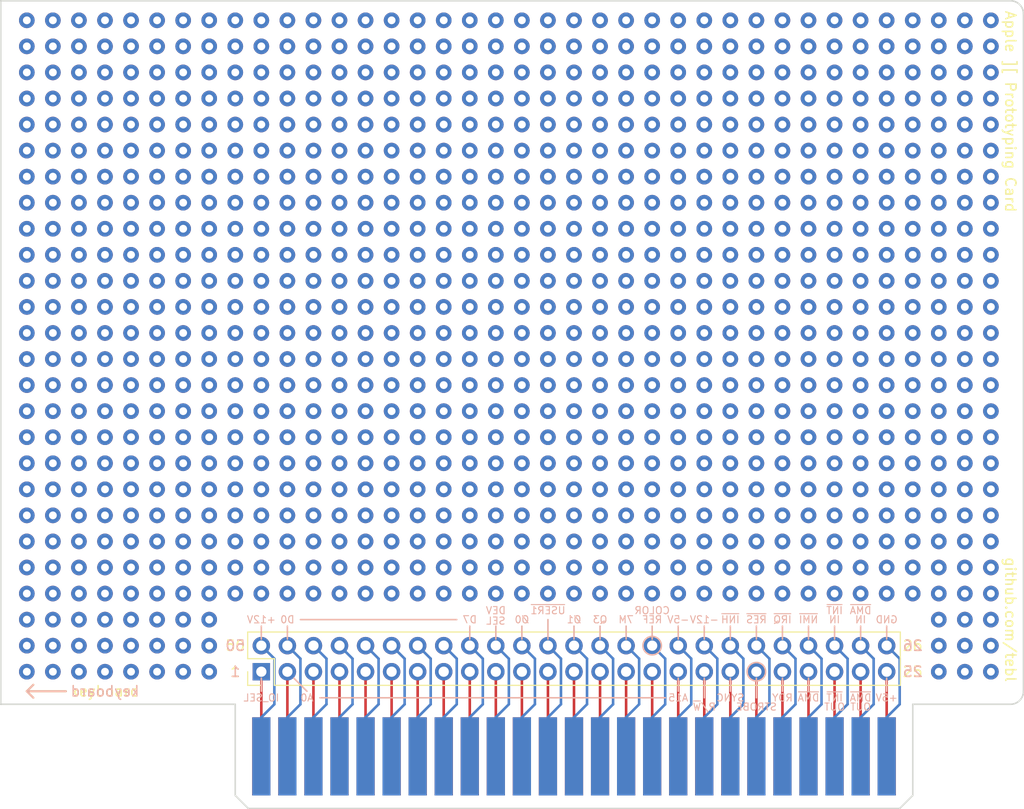
<source format=kicad_pcb>
(kicad_pcb (version 4) (host pcbnew 4.0.7)

  (general
    (links 50)
    (no_connects 0)
    (area 160.654047 63.424999 264.795954 142.515001)
    (thickness 1.6)
    (drawings 26)
    (tracks 125)
    (zones 0)
    (modules 40)
    (nets 51)
  )

  (page A4)
  (layers
    (0 F.Cu signal)
    (31 B.Cu signal)
    (32 B.Adhes user)
    (33 F.Adhes user)
    (34 B.Paste user)
    (35 F.Paste user)
    (36 B.SilkS user)
    (37 F.SilkS user)
    (38 B.Mask user)
    (39 F.Mask user)
    (40 Dwgs.User user)
    (41 Cmts.User user)
    (42 Eco1.User user)
    (43 Eco2.User user)
    (44 Edge.Cuts user)
    (45 Margin user)
    (46 B.CrtYd user)
    (47 F.CrtYd user)
    (48 B.Fab user)
    (49 F.Fab user)
  )

  (setup
    (last_trace_width 0.25)
    (trace_clearance 0.2)
    (zone_clearance 0.508)
    (zone_45_only no)
    (trace_min 0.2)
    (segment_width 0.2)
    (edge_width 0.15)
    (via_size 0.6)
    (via_drill 0.4)
    (via_min_size 0.4)
    (via_min_drill 0.3)
    (uvia_size 0.3)
    (uvia_drill 0.1)
    (uvias_allowed no)
    (uvia_min_size 0.2)
    (uvia_min_drill 0.1)
    (pcb_text_width 0.3)
    (pcb_text_size 1.5 1.5)
    (mod_edge_width 0.15)
    (mod_text_size 1 1)
    (mod_text_width 0.15)
    (pad_size 1.524 1.524)
    (pad_drill 0.762)
    (pad_to_mask_clearance 0.2)
    (aux_axis_origin 0 0)
    (visible_elements 7FFFFF7F)
    (pcbplotparams
      (layerselection 0x011fc_80000001)
      (usegerberextensions true)
      (excludeedgelayer true)
      (linewidth 0.100000)
      (plotframeref false)
      (viasonmask false)
      (mode 1)
      (useauxorigin false)
      (hpglpennumber 1)
      (hpglpenspeed 20)
      (hpglpendiameter 15)
      (hpglpenoverlay 2)
      (psnegative false)
      (psa4output false)
      (plotreference true)
      (plotvalue true)
      (plotinvisibletext false)
      (padsonsilk false)
      (subtractmaskfromsilk false)
      (outputformat 1)
      (mirror false)
      (drillshape 0)
      (scaleselection 1)
      (outputdirectory export/))
  )

  (net 0 "")
  (net 1 /~I/O_SEL)
  (net 2 /A0)
  (net 3 /A1)
  (net 4 /A2)
  (net 5 /A3)
  (net 6 /A4)
  (net 7 /A5)
  (net 8 /A6)
  (net 9 /A7)
  (net 10 /A8)
  (net 11 /A9)
  (net 12 /A10)
  (net 13 /A11)
  (net 14 /A12)
  (net 15 /A13)
  (net 16 /A14)
  (net 17 /A15)
  (net 18 /R/~W)
  (net 19 /~STROBE)
  (net 20 /RDY)
  (net 21 /~DMA)
  (net 22 /INT_OUT)
  (net 23 /DMA_OUT)
  (net 24 /+5V)
  (net 25 /+12V)
  (net 26 /D0)
  (net 27 /D1)
  (net 28 /D2)
  (net 29 /D3)
  (net 30 /D4)
  (net 31 /D5)
  (net 32 /D6)
  (net 33 /D7)
  (net 34 /~DEVSEL)
  (net 35 /Phi0)
  (net 36 /Phi1)
  (net 37 /Q3)
  (net 38 /7M)
  (net 39 /-5V)
  (net 40 /-12V)
  (net 41 /~INH)
  (net 42 /~RES)
  (net 43 /~IRQ)
  (net 44 /~NMI)
  (net 45 /INT_IN)
  (net 46 /DMA_IN)
  (net 47 /GND)
  (net 48 /SYNC)
  (net 49 /~USER1)
  (net 50 /COLOR_REF)

  (net_class Default "This is the default net class."
    (clearance 0.2)
    (trace_width 0.25)
    (via_dia 0.6)
    (via_drill 0.4)
    (uvia_dia 0.3)
    (uvia_drill 0.1)
    (add_net /+12V)
    (add_net /+5V)
    (add_net /-12V)
    (add_net /-5V)
    (add_net /7M)
    (add_net /A0)
    (add_net /A1)
    (add_net /A10)
    (add_net /A11)
    (add_net /A12)
    (add_net /A13)
    (add_net /A14)
    (add_net /A15)
    (add_net /A2)
    (add_net /A3)
    (add_net /A4)
    (add_net /A5)
    (add_net /A6)
    (add_net /A7)
    (add_net /A8)
    (add_net /A9)
    (add_net /COLOR_REF)
    (add_net /D0)
    (add_net /D1)
    (add_net /D2)
    (add_net /D3)
    (add_net /D4)
    (add_net /D5)
    (add_net /D6)
    (add_net /D7)
    (add_net /DMA_IN)
    (add_net /DMA_OUT)
    (add_net /GND)
    (add_net /INT_IN)
    (add_net /INT_OUT)
    (add_net /Phi0)
    (add_net /Phi1)
    (add_net /Q3)
    (add_net /R/~W)
    (add_net /RDY)
    (add_net /SYNC)
    (add_net /~DEVSEL)
    (add_net /~DMA)
    (add_net /~I/O_SEL)
    (add_net /~INH)
    (add_net /~IRQ)
    (add_net /~NMI)
    (add_net /~RES)
    (add_net /~STROBE)
    (add_net /~USER1)
  )

  (module Prototype:prototype_26 (layer F.Cu) (tedit 5D5C5DD7) (tstamp 5D5C5F13)
    (at 165.735 128.905)
    (path /5D5C9F91)
    (fp_text reference P1 (at 0 5.08) (layer F.Fab) hide
      (effects (font (size 1 1) (thickness 0.15)))
    )
    (fp_text value Prototype_26 (at 0 2.54) (layer F.Fab) hide
      (effects (font (size 1 1) (thickness 0.15)))
    )
    (pad 1 thru_hole circle (at 0 0) (size 1.524 1.524) (drill 0.762) (layers *.Cu *.Mask))
    (pad 2 thru_hole circle (at 0 -2.54) (size 1.524 1.524) (drill 0.762) (layers *.Cu *.Mask))
    (pad 3 thru_hole circle (at 0 -5.08) (size 1.524 1.524) (drill 0.762) (layers *.Cu *.Mask))
    (pad 4 thru_hole circle (at 0 -7.62) (size 1.524 1.524) (drill 0.762) (layers *.Cu *.Mask))
    (pad 5 thru_hole circle (at 0 -10.16) (size 1.524 1.524) (drill 0.762) (layers *.Cu *.Mask))
    (pad 6 thru_hole circle (at 0 -12.7) (size 1.524 1.524) (drill 0.762) (layers *.Cu *.Mask))
    (pad 7 thru_hole circle (at 0 -15.24) (size 1.524 1.524) (drill 0.762) (layers *.Cu *.Mask))
    (pad 8 thru_hole circle (at 0 -17.78) (size 1.524 1.524) (drill 0.762) (layers *.Cu *.Mask))
    (pad 9 thru_hole circle (at 0 -20.32) (size 1.524 1.524) (drill 0.762) (layers *.Cu *.Mask))
    (pad 10 thru_hole circle (at 0 -22.86) (size 1.524 1.524) (drill 0.762) (layers *.Cu *.Mask))
    (pad 11 thru_hole circle (at 0 -25.4) (size 1.524 1.524) (drill 0.762) (layers *.Cu *.Mask))
    (pad 12 thru_hole circle (at 0 -27.94) (size 1.524 1.524) (drill 0.762) (layers *.Cu *.Mask))
    (pad 13 thru_hole circle (at 0 -30.48) (size 1.524 1.524) (drill 0.762) (layers *.Cu *.Mask))
    (pad 14 thru_hole circle (at 0 -33.02) (size 1.524 1.524) (drill 0.762) (layers *.Cu *.Mask))
    (pad 15 thru_hole circle (at 0 -35.56) (size 1.524 1.524) (drill 0.762) (layers *.Cu *.Mask))
    (pad 16 thru_hole circle (at 0 -38.1) (size 1.524 1.524) (drill 0.762) (layers *.Cu *.Mask))
    (pad 17 thru_hole circle (at 0 -40.64) (size 1.524 1.524) (drill 0.762) (layers *.Cu *.Mask))
    (pad 18 thru_hole circle (at 0 -43.18) (size 1.524 1.524) (drill 0.762) (layers *.Cu *.Mask))
    (pad 19 thru_hole circle (at 0 -45.72) (size 1.524 1.524) (drill 0.762) (layers *.Cu *.Mask))
    (pad 20 thru_hole circle (at 0 -48.26) (size 1.524 1.524) (drill 0.762) (layers *.Cu *.Mask))
    (pad 21 thru_hole circle (at 0 -50.8) (size 1.524 1.524) (drill 0.762) (layers *.Cu *.Mask))
    (pad 22 thru_hole circle (at 0 -53.34) (size 1.524 1.524) (drill 0.762) (layers *.Cu *.Mask))
    (pad 23 thru_hole circle (at 0 -55.88) (size 1.524 1.524) (drill 0.762) (layers *.Cu *.Mask))
    (pad 24 thru_hole circle (at 0 -58.42) (size 1.524 1.524) (drill 0.762) (layers *.Cu *.Mask))
    (pad 25 thru_hole circle (at 0 -60.96) (size 1.524 1.524) (drill 0.762) (layers *.Cu *.Mask))
    (pad 26 thru_hole circle (at 0 -63.5) (size 1.524 1.524) (drill 0.762) (layers *.Cu *.Mask))
  )

  (module Prototype:prototype_26 (layer F.Cu) (tedit 5D5C5DD7) (tstamp 5D5C5FE1)
    (at 170.815 128.905)
    (path /5D5CA892)
    (fp_text reference P3 (at 0 5.08) (layer F.Fab) hide
      (effects (font (size 1 1) (thickness 0.15)))
    )
    (fp_text value Prototype_26 (at 0 2.54) (layer F.Fab) hide
      (effects (font (size 1 1) (thickness 0.15)))
    )
    (pad 1 thru_hole circle (at 0 0) (size 1.524 1.524) (drill 0.762) (layers *.Cu *.Mask))
    (pad 2 thru_hole circle (at 0 -2.54) (size 1.524 1.524) (drill 0.762) (layers *.Cu *.Mask))
    (pad 3 thru_hole circle (at 0 -5.08) (size 1.524 1.524) (drill 0.762) (layers *.Cu *.Mask))
    (pad 4 thru_hole circle (at 0 -7.62) (size 1.524 1.524) (drill 0.762) (layers *.Cu *.Mask))
    (pad 5 thru_hole circle (at 0 -10.16) (size 1.524 1.524) (drill 0.762) (layers *.Cu *.Mask))
    (pad 6 thru_hole circle (at 0 -12.7) (size 1.524 1.524) (drill 0.762) (layers *.Cu *.Mask))
    (pad 7 thru_hole circle (at 0 -15.24) (size 1.524 1.524) (drill 0.762) (layers *.Cu *.Mask))
    (pad 8 thru_hole circle (at 0 -17.78) (size 1.524 1.524) (drill 0.762) (layers *.Cu *.Mask))
    (pad 9 thru_hole circle (at 0 -20.32) (size 1.524 1.524) (drill 0.762) (layers *.Cu *.Mask))
    (pad 10 thru_hole circle (at 0 -22.86) (size 1.524 1.524) (drill 0.762) (layers *.Cu *.Mask))
    (pad 11 thru_hole circle (at 0 -25.4) (size 1.524 1.524) (drill 0.762) (layers *.Cu *.Mask))
    (pad 12 thru_hole circle (at 0 -27.94) (size 1.524 1.524) (drill 0.762) (layers *.Cu *.Mask))
    (pad 13 thru_hole circle (at 0 -30.48) (size 1.524 1.524) (drill 0.762) (layers *.Cu *.Mask))
    (pad 14 thru_hole circle (at 0 -33.02) (size 1.524 1.524) (drill 0.762) (layers *.Cu *.Mask))
    (pad 15 thru_hole circle (at 0 -35.56) (size 1.524 1.524) (drill 0.762) (layers *.Cu *.Mask))
    (pad 16 thru_hole circle (at 0 -38.1) (size 1.524 1.524) (drill 0.762) (layers *.Cu *.Mask))
    (pad 17 thru_hole circle (at 0 -40.64) (size 1.524 1.524) (drill 0.762) (layers *.Cu *.Mask))
    (pad 18 thru_hole circle (at 0 -43.18) (size 1.524 1.524) (drill 0.762) (layers *.Cu *.Mask))
    (pad 19 thru_hole circle (at 0 -45.72) (size 1.524 1.524) (drill 0.762) (layers *.Cu *.Mask))
    (pad 20 thru_hole circle (at 0 -48.26) (size 1.524 1.524) (drill 0.762) (layers *.Cu *.Mask))
    (pad 21 thru_hole circle (at 0 -50.8) (size 1.524 1.524) (drill 0.762) (layers *.Cu *.Mask))
    (pad 22 thru_hole circle (at 0 -53.34) (size 1.524 1.524) (drill 0.762) (layers *.Cu *.Mask))
    (pad 23 thru_hole circle (at 0 -55.88) (size 1.524 1.524) (drill 0.762) (layers *.Cu *.Mask))
    (pad 24 thru_hole circle (at 0 -58.42) (size 1.524 1.524) (drill 0.762) (layers *.Cu *.Mask))
    (pad 25 thru_hole circle (at 0 -60.96) (size 1.524 1.524) (drill 0.762) (layers *.Cu *.Mask))
    (pad 26 thru_hole circle (at 0 -63.5) (size 1.524 1.524) (drill 0.762) (layers *.Cu *.Mask))
  )

  (module Prototype:prototype_26 (layer F.Cu) (tedit 5D5C5DD7) (tstamp 5D5C5FFF)
    (at 173.355 128.905)
    (path /5D5CA8A3)
    (fp_text reference P4 (at 0 5.08) (layer F.Fab) hide
      (effects (font (size 1 1) (thickness 0.15)))
    )
    (fp_text value Prototype_26 (at 0 2.54) (layer F.Fab) hide
      (effects (font (size 1 1) (thickness 0.15)))
    )
    (pad 1 thru_hole circle (at 0 0) (size 1.524 1.524) (drill 0.762) (layers *.Cu *.Mask))
    (pad 2 thru_hole circle (at 0 -2.54) (size 1.524 1.524) (drill 0.762) (layers *.Cu *.Mask))
    (pad 3 thru_hole circle (at 0 -5.08) (size 1.524 1.524) (drill 0.762) (layers *.Cu *.Mask))
    (pad 4 thru_hole circle (at 0 -7.62) (size 1.524 1.524) (drill 0.762) (layers *.Cu *.Mask))
    (pad 5 thru_hole circle (at 0 -10.16) (size 1.524 1.524) (drill 0.762) (layers *.Cu *.Mask))
    (pad 6 thru_hole circle (at 0 -12.7) (size 1.524 1.524) (drill 0.762) (layers *.Cu *.Mask))
    (pad 7 thru_hole circle (at 0 -15.24) (size 1.524 1.524) (drill 0.762) (layers *.Cu *.Mask))
    (pad 8 thru_hole circle (at 0 -17.78) (size 1.524 1.524) (drill 0.762) (layers *.Cu *.Mask))
    (pad 9 thru_hole circle (at 0 -20.32) (size 1.524 1.524) (drill 0.762) (layers *.Cu *.Mask))
    (pad 10 thru_hole circle (at 0 -22.86) (size 1.524 1.524) (drill 0.762) (layers *.Cu *.Mask))
    (pad 11 thru_hole circle (at 0 -25.4) (size 1.524 1.524) (drill 0.762) (layers *.Cu *.Mask))
    (pad 12 thru_hole circle (at 0 -27.94) (size 1.524 1.524) (drill 0.762) (layers *.Cu *.Mask))
    (pad 13 thru_hole circle (at 0 -30.48) (size 1.524 1.524) (drill 0.762) (layers *.Cu *.Mask))
    (pad 14 thru_hole circle (at 0 -33.02) (size 1.524 1.524) (drill 0.762) (layers *.Cu *.Mask))
    (pad 15 thru_hole circle (at 0 -35.56) (size 1.524 1.524) (drill 0.762) (layers *.Cu *.Mask))
    (pad 16 thru_hole circle (at 0 -38.1) (size 1.524 1.524) (drill 0.762) (layers *.Cu *.Mask))
    (pad 17 thru_hole circle (at 0 -40.64) (size 1.524 1.524) (drill 0.762) (layers *.Cu *.Mask))
    (pad 18 thru_hole circle (at 0 -43.18) (size 1.524 1.524) (drill 0.762) (layers *.Cu *.Mask))
    (pad 19 thru_hole circle (at 0 -45.72) (size 1.524 1.524) (drill 0.762) (layers *.Cu *.Mask))
    (pad 20 thru_hole circle (at 0 -48.26) (size 1.524 1.524) (drill 0.762) (layers *.Cu *.Mask))
    (pad 21 thru_hole circle (at 0 -50.8) (size 1.524 1.524) (drill 0.762) (layers *.Cu *.Mask))
    (pad 22 thru_hole circle (at 0 -53.34) (size 1.524 1.524) (drill 0.762) (layers *.Cu *.Mask))
    (pad 23 thru_hole circle (at 0 -55.88) (size 1.524 1.524) (drill 0.762) (layers *.Cu *.Mask))
    (pad 24 thru_hole circle (at 0 -58.42) (size 1.524 1.524) (drill 0.762) (layers *.Cu *.Mask))
    (pad 25 thru_hole circle (at 0 -60.96) (size 1.524 1.524) (drill 0.762) (layers *.Cu *.Mask))
    (pad 26 thru_hole circle (at 0 -63.5) (size 1.524 1.524) (drill 0.762) (layers *.Cu *.Mask))
  )

  (module Prototype:prototype_26 (layer F.Cu) (tedit 5D5C5DD7) (tstamp 5D5C6233)
    (at 168.275 128.905)
    (path /5D5CA881)
    (fp_text reference P2 (at 0 5.08) (layer F.Fab) hide
      (effects (font (size 1 1) (thickness 0.15)))
    )
    (fp_text value Prototype_26 (at 0 2.54) (layer F.Fab) hide
      (effects (font (size 1 1) (thickness 0.15)))
    )
    (pad 1 thru_hole circle (at 0 0) (size 1.524 1.524) (drill 0.762) (layers *.Cu *.Mask))
    (pad 2 thru_hole circle (at 0 -2.54) (size 1.524 1.524) (drill 0.762) (layers *.Cu *.Mask))
    (pad 3 thru_hole circle (at 0 -5.08) (size 1.524 1.524) (drill 0.762) (layers *.Cu *.Mask))
    (pad 4 thru_hole circle (at 0 -7.62) (size 1.524 1.524) (drill 0.762) (layers *.Cu *.Mask))
    (pad 5 thru_hole circle (at 0 -10.16) (size 1.524 1.524) (drill 0.762) (layers *.Cu *.Mask))
    (pad 6 thru_hole circle (at 0 -12.7) (size 1.524 1.524) (drill 0.762) (layers *.Cu *.Mask))
    (pad 7 thru_hole circle (at 0 -15.24) (size 1.524 1.524) (drill 0.762) (layers *.Cu *.Mask))
    (pad 8 thru_hole circle (at 0 -17.78) (size 1.524 1.524) (drill 0.762) (layers *.Cu *.Mask))
    (pad 9 thru_hole circle (at 0 -20.32) (size 1.524 1.524) (drill 0.762) (layers *.Cu *.Mask))
    (pad 10 thru_hole circle (at 0 -22.86) (size 1.524 1.524) (drill 0.762) (layers *.Cu *.Mask))
    (pad 11 thru_hole circle (at 0 -25.4) (size 1.524 1.524) (drill 0.762) (layers *.Cu *.Mask))
    (pad 12 thru_hole circle (at 0 -27.94) (size 1.524 1.524) (drill 0.762) (layers *.Cu *.Mask))
    (pad 13 thru_hole circle (at 0 -30.48) (size 1.524 1.524) (drill 0.762) (layers *.Cu *.Mask))
    (pad 14 thru_hole circle (at 0 -33.02) (size 1.524 1.524) (drill 0.762) (layers *.Cu *.Mask))
    (pad 15 thru_hole circle (at 0 -35.56) (size 1.524 1.524) (drill 0.762) (layers *.Cu *.Mask))
    (pad 16 thru_hole circle (at 0 -38.1) (size 1.524 1.524) (drill 0.762) (layers *.Cu *.Mask))
    (pad 17 thru_hole circle (at 0 -40.64) (size 1.524 1.524) (drill 0.762) (layers *.Cu *.Mask))
    (pad 18 thru_hole circle (at 0 -43.18) (size 1.524 1.524) (drill 0.762) (layers *.Cu *.Mask))
    (pad 19 thru_hole circle (at 0 -45.72) (size 1.524 1.524) (drill 0.762) (layers *.Cu *.Mask))
    (pad 20 thru_hole circle (at 0 -48.26) (size 1.524 1.524) (drill 0.762) (layers *.Cu *.Mask))
    (pad 21 thru_hole circle (at 0 -50.8) (size 1.524 1.524) (drill 0.762) (layers *.Cu *.Mask))
    (pad 22 thru_hole circle (at 0 -53.34) (size 1.524 1.524) (drill 0.762) (layers *.Cu *.Mask))
    (pad 23 thru_hole circle (at 0 -55.88) (size 1.524 1.524) (drill 0.762) (layers *.Cu *.Mask))
    (pad 24 thru_hole circle (at 0 -58.42) (size 1.524 1.524) (drill 0.762) (layers *.Cu *.Mask))
    (pad 25 thru_hole circle (at 0 -60.96) (size 1.524 1.524) (drill 0.762) (layers *.Cu *.Mask))
    (pad 26 thru_hole circle (at 0 -63.5) (size 1.524 1.524) (drill 0.762) (layers *.Cu *.Mask))
  )

  (module Prototype:prototype_26 (layer F.Cu) (tedit 5D5C5DD7) (tstamp 5D5C626D)
    (at 175.895 128.905)
    (path /5D5CA8B4)
    (fp_text reference P5 (at 0 5.08) (layer F.Fab) hide
      (effects (font (size 1 1) (thickness 0.15)))
    )
    (fp_text value Prototype_26 (at 0 2.54) (layer F.Fab) hide
      (effects (font (size 1 1) (thickness 0.15)))
    )
    (pad 1 thru_hole circle (at 0 0) (size 1.524 1.524) (drill 0.762) (layers *.Cu *.Mask))
    (pad 2 thru_hole circle (at 0 -2.54) (size 1.524 1.524) (drill 0.762) (layers *.Cu *.Mask))
    (pad 3 thru_hole circle (at 0 -5.08) (size 1.524 1.524) (drill 0.762) (layers *.Cu *.Mask))
    (pad 4 thru_hole circle (at 0 -7.62) (size 1.524 1.524) (drill 0.762) (layers *.Cu *.Mask))
    (pad 5 thru_hole circle (at 0 -10.16) (size 1.524 1.524) (drill 0.762) (layers *.Cu *.Mask))
    (pad 6 thru_hole circle (at 0 -12.7) (size 1.524 1.524) (drill 0.762) (layers *.Cu *.Mask))
    (pad 7 thru_hole circle (at 0 -15.24) (size 1.524 1.524) (drill 0.762) (layers *.Cu *.Mask))
    (pad 8 thru_hole circle (at 0 -17.78) (size 1.524 1.524) (drill 0.762) (layers *.Cu *.Mask))
    (pad 9 thru_hole circle (at 0 -20.32) (size 1.524 1.524) (drill 0.762) (layers *.Cu *.Mask))
    (pad 10 thru_hole circle (at 0 -22.86) (size 1.524 1.524) (drill 0.762) (layers *.Cu *.Mask))
    (pad 11 thru_hole circle (at 0 -25.4) (size 1.524 1.524) (drill 0.762) (layers *.Cu *.Mask))
    (pad 12 thru_hole circle (at 0 -27.94) (size 1.524 1.524) (drill 0.762) (layers *.Cu *.Mask))
    (pad 13 thru_hole circle (at 0 -30.48) (size 1.524 1.524) (drill 0.762) (layers *.Cu *.Mask))
    (pad 14 thru_hole circle (at 0 -33.02) (size 1.524 1.524) (drill 0.762) (layers *.Cu *.Mask))
    (pad 15 thru_hole circle (at 0 -35.56) (size 1.524 1.524) (drill 0.762) (layers *.Cu *.Mask))
    (pad 16 thru_hole circle (at 0 -38.1) (size 1.524 1.524) (drill 0.762) (layers *.Cu *.Mask))
    (pad 17 thru_hole circle (at 0 -40.64) (size 1.524 1.524) (drill 0.762) (layers *.Cu *.Mask))
    (pad 18 thru_hole circle (at 0 -43.18) (size 1.524 1.524) (drill 0.762) (layers *.Cu *.Mask))
    (pad 19 thru_hole circle (at 0 -45.72) (size 1.524 1.524) (drill 0.762) (layers *.Cu *.Mask))
    (pad 20 thru_hole circle (at 0 -48.26) (size 1.524 1.524) (drill 0.762) (layers *.Cu *.Mask))
    (pad 21 thru_hole circle (at 0 -50.8) (size 1.524 1.524) (drill 0.762) (layers *.Cu *.Mask))
    (pad 22 thru_hole circle (at 0 -53.34) (size 1.524 1.524) (drill 0.762) (layers *.Cu *.Mask))
    (pad 23 thru_hole circle (at 0 -55.88) (size 1.524 1.524) (drill 0.762) (layers *.Cu *.Mask))
    (pad 24 thru_hole circle (at 0 -58.42) (size 1.524 1.524) (drill 0.762) (layers *.Cu *.Mask))
    (pad 25 thru_hole circle (at 0 -60.96) (size 1.524 1.524) (drill 0.762) (layers *.Cu *.Mask))
    (pad 26 thru_hole circle (at 0 -63.5) (size 1.524 1.524) (drill 0.762) (layers *.Cu *.Mask))
  )

  (module Prototype:prototype_26 (layer F.Cu) (tedit 5D5C5DD7) (tstamp 5D5C628B)
    (at 178.435 128.905)
    (path /5D5CA8C5)
    (fp_text reference P6 (at 0 5.08) (layer F.Fab) hide
      (effects (font (size 1 1) (thickness 0.15)))
    )
    (fp_text value Prototype_26 (at 0 2.54) (layer F.Fab) hide
      (effects (font (size 1 1) (thickness 0.15)))
    )
    (pad 1 thru_hole circle (at 0 0) (size 1.524 1.524) (drill 0.762) (layers *.Cu *.Mask))
    (pad 2 thru_hole circle (at 0 -2.54) (size 1.524 1.524) (drill 0.762) (layers *.Cu *.Mask))
    (pad 3 thru_hole circle (at 0 -5.08) (size 1.524 1.524) (drill 0.762) (layers *.Cu *.Mask))
    (pad 4 thru_hole circle (at 0 -7.62) (size 1.524 1.524) (drill 0.762) (layers *.Cu *.Mask))
    (pad 5 thru_hole circle (at 0 -10.16) (size 1.524 1.524) (drill 0.762) (layers *.Cu *.Mask))
    (pad 6 thru_hole circle (at 0 -12.7) (size 1.524 1.524) (drill 0.762) (layers *.Cu *.Mask))
    (pad 7 thru_hole circle (at 0 -15.24) (size 1.524 1.524) (drill 0.762) (layers *.Cu *.Mask))
    (pad 8 thru_hole circle (at 0 -17.78) (size 1.524 1.524) (drill 0.762) (layers *.Cu *.Mask))
    (pad 9 thru_hole circle (at 0 -20.32) (size 1.524 1.524) (drill 0.762) (layers *.Cu *.Mask))
    (pad 10 thru_hole circle (at 0 -22.86) (size 1.524 1.524) (drill 0.762) (layers *.Cu *.Mask))
    (pad 11 thru_hole circle (at 0 -25.4) (size 1.524 1.524) (drill 0.762) (layers *.Cu *.Mask))
    (pad 12 thru_hole circle (at 0 -27.94) (size 1.524 1.524) (drill 0.762) (layers *.Cu *.Mask))
    (pad 13 thru_hole circle (at 0 -30.48) (size 1.524 1.524) (drill 0.762) (layers *.Cu *.Mask))
    (pad 14 thru_hole circle (at 0 -33.02) (size 1.524 1.524) (drill 0.762) (layers *.Cu *.Mask))
    (pad 15 thru_hole circle (at 0 -35.56) (size 1.524 1.524) (drill 0.762) (layers *.Cu *.Mask))
    (pad 16 thru_hole circle (at 0 -38.1) (size 1.524 1.524) (drill 0.762) (layers *.Cu *.Mask))
    (pad 17 thru_hole circle (at 0 -40.64) (size 1.524 1.524) (drill 0.762) (layers *.Cu *.Mask))
    (pad 18 thru_hole circle (at 0 -43.18) (size 1.524 1.524) (drill 0.762) (layers *.Cu *.Mask))
    (pad 19 thru_hole circle (at 0 -45.72) (size 1.524 1.524) (drill 0.762) (layers *.Cu *.Mask))
    (pad 20 thru_hole circle (at 0 -48.26) (size 1.524 1.524) (drill 0.762) (layers *.Cu *.Mask))
    (pad 21 thru_hole circle (at 0 -50.8) (size 1.524 1.524) (drill 0.762) (layers *.Cu *.Mask))
    (pad 22 thru_hole circle (at 0 -53.34) (size 1.524 1.524) (drill 0.762) (layers *.Cu *.Mask))
    (pad 23 thru_hole circle (at 0 -55.88) (size 1.524 1.524) (drill 0.762) (layers *.Cu *.Mask))
    (pad 24 thru_hole circle (at 0 -58.42) (size 1.524 1.524) (drill 0.762) (layers *.Cu *.Mask))
    (pad 25 thru_hole circle (at 0 -60.96) (size 1.524 1.524) (drill 0.762) (layers *.Cu *.Mask))
    (pad 26 thru_hole circle (at 0 -63.5) (size 1.524 1.524) (drill 0.762) (layers *.Cu *.Mask))
  )

  (module Prototype:prototype_26 (layer F.Cu) (tedit 5D5C5DD7) (tstamp 5D5C62A9)
    (at 180.975 128.905)
    (path /5D5CA8D6)
    (fp_text reference P7 (at 0 5.08) (layer F.Fab) hide
      (effects (font (size 1 1) (thickness 0.15)))
    )
    (fp_text value Prototype_26 (at 0 2.54) (layer F.Fab) hide
      (effects (font (size 1 1) (thickness 0.15)))
    )
    (pad 1 thru_hole circle (at 0 0) (size 1.524 1.524) (drill 0.762) (layers *.Cu *.Mask))
    (pad 2 thru_hole circle (at 0 -2.54) (size 1.524 1.524) (drill 0.762) (layers *.Cu *.Mask))
    (pad 3 thru_hole circle (at 0 -5.08) (size 1.524 1.524) (drill 0.762) (layers *.Cu *.Mask))
    (pad 4 thru_hole circle (at 0 -7.62) (size 1.524 1.524) (drill 0.762) (layers *.Cu *.Mask))
    (pad 5 thru_hole circle (at 0 -10.16) (size 1.524 1.524) (drill 0.762) (layers *.Cu *.Mask))
    (pad 6 thru_hole circle (at 0 -12.7) (size 1.524 1.524) (drill 0.762) (layers *.Cu *.Mask))
    (pad 7 thru_hole circle (at 0 -15.24) (size 1.524 1.524) (drill 0.762) (layers *.Cu *.Mask))
    (pad 8 thru_hole circle (at 0 -17.78) (size 1.524 1.524) (drill 0.762) (layers *.Cu *.Mask))
    (pad 9 thru_hole circle (at 0 -20.32) (size 1.524 1.524) (drill 0.762) (layers *.Cu *.Mask))
    (pad 10 thru_hole circle (at 0 -22.86) (size 1.524 1.524) (drill 0.762) (layers *.Cu *.Mask))
    (pad 11 thru_hole circle (at 0 -25.4) (size 1.524 1.524) (drill 0.762) (layers *.Cu *.Mask))
    (pad 12 thru_hole circle (at 0 -27.94) (size 1.524 1.524) (drill 0.762) (layers *.Cu *.Mask))
    (pad 13 thru_hole circle (at 0 -30.48) (size 1.524 1.524) (drill 0.762) (layers *.Cu *.Mask))
    (pad 14 thru_hole circle (at 0 -33.02) (size 1.524 1.524) (drill 0.762) (layers *.Cu *.Mask))
    (pad 15 thru_hole circle (at 0 -35.56) (size 1.524 1.524) (drill 0.762) (layers *.Cu *.Mask))
    (pad 16 thru_hole circle (at 0 -38.1) (size 1.524 1.524) (drill 0.762) (layers *.Cu *.Mask))
    (pad 17 thru_hole circle (at 0 -40.64) (size 1.524 1.524) (drill 0.762) (layers *.Cu *.Mask))
    (pad 18 thru_hole circle (at 0 -43.18) (size 1.524 1.524) (drill 0.762) (layers *.Cu *.Mask))
    (pad 19 thru_hole circle (at 0 -45.72) (size 1.524 1.524) (drill 0.762) (layers *.Cu *.Mask))
    (pad 20 thru_hole circle (at 0 -48.26) (size 1.524 1.524) (drill 0.762) (layers *.Cu *.Mask))
    (pad 21 thru_hole circle (at 0 -50.8) (size 1.524 1.524) (drill 0.762) (layers *.Cu *.Mask))
    (pad 22 thru_hole circle (at 0 -53.34) (size 1.524 1.524) (drill 0.762) (layers *.Cu *.Mask))
    (pad 23 thru_hole circle (at 0 -55.88) (size 1.524 1.524) (drill 0.762) (layers *.Cu *.Mask))
    (pad 24 thru_hole circle (at 0 -58.42) (size 1.524 1.524) (drill 0.762) (layers *.Cu *.Mask))
    (pad 25 thru_hole circle (at 0 -60.96) (size 1.524 1.524) (drill 0.762) (layers *.Cu *.Mask))
    (pad 26 thru_hole circle (at 0 -63.5) (size 1.524 1.524) (drill 0.762) (layers *.Cu *.Mask))
  )

  (module Prototype:prototype_26 (layer F.Cu) (tedit 5D5C5DD7) (tstamp 5D5C63F3)
    (at 183.515 128.905)
    (path /5D5CAAB8)
    (fp_text reference P8 (at 0 5.08) (layer F.Fab) hide
      (effects (font (size 1 1) (thickness 0.15)))
    )
    (fp_text value Prototype_26 (at 0 2.54) (layer F.Fab) hide
      (effects (font (size 1 1) (thickness 0.15)))
    )
    (pad 1 thru_hole circle (at 0 0) (size 1.524 1.524) (drill 0.762) (layers *.Cu *.Mask))
    (pad 2 thru_hole circle (at 0 -2.54) (size 1.524 1.524) (drill 0.762) (layers *.Cu *.Mask))
    (pad 3 thru_hole circle (at 0 -5.08) (size 1.524 1.524) (drill 0.762) (layers *.Cu *.Mask))
    (pad 4 thru_hole circle (at 0 -7.62) (size 1.524 1.524) (drill 0.762) (layers *.Cu *.Mask))
    (pad 5 thru_hole circle (at 0 -10.16) (size 1.524 1.524) (drill 0.762) (layers *.Cu *.Mask))
    (pad 6 thru_hole circle (at 0 -12.7) (size 1.524 1.524) (drill 0.762) (layers *.Cu *.Mask))
    (pad 7 thru_hole circle (at 0 -15.24) (size 1.524 1.524) (drill 0.762) (layers *.Cu *.Mask))
    (pad 8 thru_hole circle (at 0 -17.78) (size 1.524 1.524) (drill 0.762) (layers *.Cu *.Mask))
    (pad 9 thru_hole circle (at 0 -20.32) (size 1.524 1.524) (drill 0.762) (layers *.Cu *.Mask))
    (pad 10 thru_hole circle (at 0 -22.86) (size 1.524 1.524) (drill 0.762) (layers *.Cu *.Mask))
    (pad 11 thru_hole circle (at 0 -25.4) (size 1.524 1.524) (drill 0.762) (layers *.Cu *.Mask))
    (pad 12 thru_hole circle (at 0 -27.94) (size 1.524 1.524) (drill 0.762) (layers *.Cu *.Mask))
    (pad 13 thru_hole circle (at 0 -30.48) (size 1.524 1.524) (drill 0.762) (layers *.Cu *.Mask))
    (pad 14 thru_hole circle (at 0 -33.02) (size 1.524 1.524) (drill 0.762) (layers *.Cu *.Mask))
    (pad 15 thru_hole circle (at 0 -35.56) (size 1.524 1.524) (drill 0.762) (layers *.Cu *.Mask))
    (pad 16 thru_hole circle (at 0 -38.1) (size 1.524 1.524) (drill 0.762) (layers *.Cu *.Mask))
    (pad 17 thru_hole circle (at 0 -40.64) (size 1.524 1.524) (drill 0.762) (layers *.Cu *.Mask))
    (pad 18 thru_hole circle (at 0 -43.18) (size 1.524 1.524) (drill 0.762) (layers *.Cu *.Mask))
    (pad 19 thru_hole circle (at 0 -45.72) (size 1.524 1.524) (drill 0.762) (layers *.Cu *.Mask))
    (pad 20 thru_hole circle (at 0 -48.26) (size 1.524 1.524) (drill 0.762) (layers *.Cu *.Mask))
    (pad 21 thru_hole circle (at 0 -50.8) (size 1.524 1.524) (drill 0.762) (layers *.Cu *.Mask))
    (pad 22 thru_hole circle (at 0 -53.34) (size 1.524 1.524) (drill 0.762) (layers *.Cu *.Mask))
    (pad 23 thru_hole circle (at 0 -55.88) (size 1.524 1.524) (drill 0.762) (layers *.Cu *.Mask))
    (pad 24 thru_hole circle (at 0 -58.42) (size 1.524 1.524) (drill 0.762) (layers *.Cu *.Mask))
    (pad 25 thru_hole circle (at 0 -60.96) (size 1.524 1.524) (drill 0.762) (layers *.Cu *.Mask))
    (pad 26 thru_hole circle (at 0 -63.5) (size 1.524 1.524) (drill 0.762) (layers *.Cu *.Mask))
  )

  (module Prototype:prototype_23 (layer F.Cu) (tedit 5D5C5FFC) (tstamp 5D5C66CA)
    (at 186.055 121.285)
    (path /5D5CB287)
    (fp_text reference P9 (at 0 5.08) (layer F.Fab) hide
      (effects (font (size 1 1) (thickness 0.15)))
    )
    (fp_text value Prototype_23 (at 0 2.54) (layer F.Fab) hide
      (effects (font (size 1 1) (thickness 0.15)))
    )
    (pad 1 thru_hole circle (at 0 0) (size 1.524 1.524) (drill 0.762) (layers *.Cu *.Mask))
    (pad 2 thru_hole circle (at 0 -2.54) (size 1.524 1.524) (drill 0.762) (layers *.Cu *.Mask))
    (pad 3 thru_hole circle (at 0 -5.08) (size 1.524 1.524) (drill 0.762) (layers *.Cu *.Mask))
    (pad 4 thru_hole circle (at 0 -7.62) (size 1.524 1.524) (drill 0.762) (layers *.Cu *.Mask))
    (pad 5 thru_hole circle (at 0 -10.16) (size 1.524 1.524) (drill 0.762) (layers *.Cu *.Mask))
    (pad 6 thru_hole circle (at 0 -12.7) (size 1.524 1.524) (drill 0.762) (layers *.Cu *.Mask))
    (pad 7 thru_hole circle (at 0 -15.24) (size 1.524 1.524) (drill 0.762) (layers *.Cu *.Mask))
    (pad 8 thru_hole circle (at 0 -17.78) (size 1.524 1.524) (drill 0.762) (layers *.Cu *.Mask))
    (pad 9 thru_hole circle (at 0 -20.32) (size 1.524 1.524) (drill 0.762) (layers *.Cu *.Mask))
    (pad 10 thru_hole circle (at 0 -22.86) (size 1.524 1.524) (drill 0.762) (layers *.Cu *.Mask))
    (pad 11 thru_hole circle (at 0 -25.4) (size 1.524 1.524) (drill 0.762) (layers *.Cu *.Mask))
    (pad 12 thru_hole circle (at 0 -27.94) (size 1.524 1.524) (drill 0.762) (layers *.Cu *.Mask))
    (pad 13 thru_hole circle (at 0 -30.48) (size 1.524 1.524) (drill 0.762) (layers *.Cu *.Mask))
    (pad 14 thru_hole circle (at 0 -33.02) (size 1.524 1.524) (drill 0.762) (layers *.Cu *.Mask))
    (pad 15 thru_hole circle (at 0 -35.56) (size 1.524 1.524) (drill 0.762) (layers *.Cu *.Mask))
    (pad 16 thru_hole circle (at 0 -38.1) (size 1.524 1.524) (drill 0.762) (layers *.Cu *.Mask))
    (pad 17 thru_hole circle (at 0 -40.64) (size 1.524 1.524) (drill 0.762) (layers *.Cu *.Mask))
    (pad 18 thru_hole circle (at 0 -43.18) (size 1.524 1.524) (drill 0.762) (layers *.Cu *.Mask))
    (pad 19 thru_hole circle (at 0 -45.72) (size 1.524 1.524) (drill 0.762) (layers *.Cu *.Mask))
    (pad 20 thru_hole circle (at 0 -48.26) (size 1.524 1.524) (drill 0.762) (layers *.Cu *.Mask))
    (pad 21 thru_hole circle (at 0 -50.8) (size 1.524 1.524) (drill 0.762) (layers *.Cu *.Mask))
    (pad 22 thru_hole circle (at 0 -53.34) (size 1.524 1.524) (drill 0.762) (layers *.Cu *.Mask))
    (pad 23 thru_hole circle (at 0 -55.88) (size 1.524 1.524) (drill 0.762) (layers *.Cu *.Mask))
  )

  (module Prototype:prototype_23 (layer F.Cu) (tedit 5D5C5FFC) (tstamp 5D5C66FE)
    (at 188.595 121.285)
    (path /5D5CB2C1)
    (fp_text reference P10 (at 0 5.08) (layer F.Fab) hide
      (effects (font (size 1 1) (thickness 0.15)))
    )
    (fp_text value Prototype_23 (at 0 2.54) (layer F.Fab) hide
      (effects (font (size 1 1) (thickness 0.15)))
    )
    (pad 1 thru_hole circle (at 0 0) (size 1.524 1.524) (drill 0.762) (layers *.Cu *.Mask))
    (pad 2 thru_hole circle (at 0 -2.54) (size 1.524 1.524) (drill 0.762) (layers *.Cu *.Mask))
    (pad 3 thru_hole circle (at 0 -5.08) (size 1.524 1.524) (drill 0.762) (layers *.Cu *.Mask))
    (pad 4 thru_hole circle (at 0 -7.62) (size 1.524 1.524) (drill 0.762) (layers *.Cu *.Mask))
    (pad 5 thru_hole circle (at 0 -10.16) (size 1.524 1.524) (drill 0.762) (layers *.Cu *.Mask))
    (pad 6 thru_hole circle (at 0 -12.7) (size 1.524 1.524) (drill 0.762) (layers *.Cu *.Mask))
    (pad 7 thru_hole circle (at 0 -15.24) (size 1.524 1.524) (drill 0.762) (layers *.Cu *.Mask))
    (pad 8 thru_hole circle (at 0 -17.78) (size 1.524 1.524) (drill 0.762) (layers *.Cu *.Mask))
    (pad 9 thru_hole circle (at 0 -20.32) (size 1.524 1.524) (drill 0.762) (layers *.Cu *.Mask))
    (pad 10 thru_hole circle (at 0 -22.86) (size 1.524 1.524) (drill 0.762) (layers *.Cu *.Mask))
    (pad 11 thru_hole circle (at 0 -25.4) (size 1.524 1.524) (drill 0.762) (layers *.Cu *.Mask))
    (pad 12 thru_hole circle (at 0 -27.94) (size 1.524 1.524) (drill 0.762) (layers *.Cu *.Mask))
    (pad 13 thru_hole circle (at 0 -30.48) (size 1.524 1.524) (drill 0.762) (layers *.Cu *.Mask))
    (pad 14 thru_hole circle (at 0 -33.02) (size 1.524 1.524) (drill 0.762) (layers *.Cu *.Mask))
    (pad 15 thru_hole circle (at 0 -35.56) (size 1.524 1.524) (drill 0.762) (layers *.Cu *.Mask))
    (pad 16 thru_hole circle (at 0 -38.1) (size 1.524 1.524) (drill 0.762) (layers *.Cu *.Mask))
    (pad 17 thru_hole circle (at 0 -40.64) (size 1.524 1.524) (drill 0.762) (layers *.Cu *.Mask))
    (pad 18 thru_hole circle (at 0 -43.18) (size 1.524 1.524) (drill 0.762) (layers *.Cu *.Mask))
    (pad 19 thru_hole circle (at 0 -45.72) (size 1.524 1.524) (drill 0.762) (layers *.Cu *.Mask))
    (pad 20 thru_hole circle (at 0 -48.26) (size 1.524 1.524) (drill 0.762) (layers *.Cu *.Mask))
    (pad 21 thru_hole circle (at 0 -50.8) (size 1.524 1.524) (drill 0.762) (layers *.Cu *.Mask))
    (pad 22 thru_hole circle (at 0 -53.34) (size 1.524 1.524) (drill 0.762) (layers *.Cu *.Mask))
    (pad 23 thru_hole circle (at 0 -55.88) (size 1.524 1.524) (drill 0.762) (layers *.Cu *.Mask))
  )

  (module Prototype:prototype_23 (layer F.Cu) (tedit 5D5C5FFC) (tstamp 5D5C6719)
    (at 191.135 121.285)
    (path /5D5CB3F5)
    (fp_text reference P11 (at 0 5.08) (layer F.Fab) hide
      (effects (font (size 1 1) (thickness 0.15)))
    )
    (fp_text value Prototype_23 (at 0 2.54) (layer F.Fab) hide
      (effects (font (size 1 1) (thickness 0.15)))
    )
    (pad 1 thru_hole circle (at 0 0) (size 1.524 1.524) (drill 0.762) (layers *.Cu *.Mask))
    (pad 2 thru_hole circle (at 0 -2.54) (size 1.524 1.524) (drill 0.762) (layers *.Cu *.Mask))
    (pad 3 thru_hole circle (at 0 -5.08) (size 1.524 1.524) (drill 0.762) (layers *.Cu *.Mask))
    (pad 4 thru_hole circle (at 0 -7.62) (size 1.524 1.524) (drill 0.762) (layers *.Cu *.Mask))
    (pad 5 thru_hole circle (at 0 -10.16) (size 1.524 1.524) (drill 0.762) (layers *.Cu *.Mask))
    (pad 6 thru_hole circle (at 0 -12.7) (size 1.524 1.524) (drill 0.762) (layers *.Cu *.Mask))
    (pad 7 thru_hole circle (at 0 -15.24) (size 1.524 1.524) (drill 0.762) (layers *.Cu *.Mask))
    (pad 8 thru_hole circle (at 0 -17.78) (size 1.524 1.524) (drill 0.762) (layers *.Cu *.Mask))
    (pad 9 thru_hole circle (at 0 -20.32) (size 1.524 1.524) (drill 0.762) (layers *.Cu *.Mask))
    (pad 10 thru_hole circle (at 0 -22.86) (size 1.524 1.524) (drill 0.762) (layers *.Cu *.Mask))
    (pad 11 thru_hole circle (at 0 -25.4) (size 1.524 1.524) (drill 0.762) (layers *.Cu *.Mask))
    (pad 12 thru_hole circle (at 0 -27.94) (size 1.524 1.524) (drill 0.762) (layers *.Cu *.Mask))
    (pad 13 thru_hole circle (at 0 -30.48) (size 1.524 1.524) (drill 0.762) (layers *.Cu *.Mask))
    (pad 14 thru_hole circle (at 0 -33.02) (size 1.524 1.524) (drill 0.762) (layers *.Cu *.Mask))
    (pad 15 thru_hole circle (at 0 -35.56) (size 1.524 1.524) (drill 0.762) (layers *.Cu *.Mask))
    (pad 16 thru_hole circle (at 0 -38.1) (size 1.524 1.524) (drill 0.762) (layers *.Cu *.Mask))
    (pad 17 thru_hole circle (at 0 -40.64) (size 1.524 1.524) (drill 0.762) (layers *.Cu *.Mask))
    (pad 18 thru_hole circle (at 0 -43.18) (size 1.524 1.524) (drill 0.762) (layers *.Cu *.Mask))
    (pad 19 thru_hole circle (at 0 -45.72) (size 1.524 1.524) (drill 0.762) (layers *.Cu *.Mask))
    (pad 20 thru_hole circle (at 0 -48.26) (size 1.524 1.524) (drill 0.762) (layers *.Cu *.Mask))
    (pad 21 thru_hole circle (at 0 -50.8) (size 1.524 1.524) (drill 0.762) (layers *.Cu *.Mask))
    (pad 22 thru_hole circle (at 0 -53.34) (size 1.524 1.524) (drill 0.762) (layers *.Cu *.Mask))
    (pad 23 thru_hole circle (at 0 -55.88) (size 1.524 1.524) (drill 0.762) (layers *.Cu *.Mask))
  )

  (module Prototype:prototype_23 (layer F.Cu) (tedit 5D5C5FFC) (tstamp 5D5C6A29)
    (at 193.675 121.285)
    (path /5D5CB519)
    (fp_text reference P12 (at 0 5.08) (layer F.Fab) hide
      (effects (font (size 1 1) (thickness 0.15)))
    )
    (fp_text value Prototype_23 (at 0 2.54) (layer F.Fab) hide
      (effects (font (size 1 1) (thickness 0.15)))
    )
    (pad 1 thru_hole circle (at 0 0) (size 1.524 1.524) (drill 0.762) (layers *.Cu *.Mask))
    (pad 2 thru_hole circle (at 0 -2.54) (size 1.524 1.524) (drill 0.762) (layers *.Cu *.Mask))
    (pad 3 thru_hole circle (at 0 -5.08) (size 1.524 1.524) (drill 0.762) (layers *.Cu *.Mask))
    (pad 4 thru_hole circle (at 0 -7.62) (size 1.524 1.524) (drill 0.762) (layers *.Cu *.Mask))
    (pad 5 thru_hole circle (at 0 -10.16) (size 1.524 1.524) (drill 0.762) (layers *.Cu *.Mask))
    (pad 6 thru_hole circle (at 0 -12.7) (size 1.524 1.524) (drill 0.762) (layers *.Cu *.Mask))
    (pad 7 thru_hole circle (at 0 -15.24) (size 1.524 1.524) (drill 0.762) (layers *.Cu *.Mask))
    (pad 8 thru_hole circle (at 0 -17.78) (size 1.524 1.524) (drill 0.762) (layers *.Cu *.Mask))
    (pad 9 thru_hole circle (at 0 -20.32) (size 1.524 1.524) (drill 0.762) (layers *.Cu *.Mask))
    (pad 10 thru_hole circle (at 0 -22.86) (size 1.524 1.524) (drill 0.762) (layers *.Cu *.Mask))
    (pad 11 thru_hole circle (at 0 -25.4) (size 1.524 1.524) (drill 0.762) (layers *.Cu *.Mask))
    (pad 12 thru_hole circle (at 0 -27.94) (size 1.524 1.524) (drill 0.762) (layers *.Cu *.Mask))
    (pad 13 thru_hole circle (at 0 -30.48) (size 1.524 1.524) (drill 0.762) (layers *.Cu *.Mask))
    (pad 14 thru_hole circle (at 0 -33.02) (size 1.524 1.524) (drill 0.762) (layers *.Cu *.Mask))
    (pad 15 thru_hole circle (at 0 -35.56) (size 1.524 1.524) (drill 0.762) (layers *.Cu *.Mask))
    (pad 16 thru_hole circle (at 0 -38.1) (size 1.524 1.524) (drill 0.762) (layers *.Cu *.Mask))
    (pad 17 thru_hole circle (at 0 -40.64) (size 1.524 1.524) (drill 0.762) (layers *.Cu *.Mask))
    (pad 18 thru_hole circle (at 0 -43.18) (size 1.524 1.524) (drill 0.762) (layers *.Cu *.Mask))
    (pad 19 thru_hole circle (at 0 -45.72) (size 1.524 1.524) (drill 0.762) (layers *.Cu *.Mask))
    (pad 20 thru_hole circle (at 0 -48.26) (size 1.524 1.524) (drill 0.762) (layers *.Cu *.Mask))
    (pad 21 thru_hole circle (at 0 -50.8) (size 1.524 1.524) (drill 0.762) (layers *.Cu *.Mask))
    (pad 22 thru_hole circle (at 0 -53.34) (size 1.524 1.524) (drill 0.762) (layers *.Cu *.Mask))
    (pad 23 thru_hole circle (at 0 -55.88) (size 1.524 1.524) (drill 0.762) (layers *.Cu *.Mask))
  )

  (module Prototype:prototype_23 (layer F.Cu) (tedit 5D5C5FFC) (tstamp 5D5C6A44)
    (at 196.215 121.285)
    (path /5D5CB52A)
    (fp_text reference P13 (at 0 5.08) (layer F.Fab) hide
      (effects (font (size 1 1) (thickness 0.15)))
    )
    (fp_text value Prototype_23 (at 0 2.54) (layer F.Fab) hide
      (effects (font (size 1 1) (thickness 0.15)))
    )
    (pad 1 thru_hole circle (at 0 0) (size 1.524 1.524) (drill 0.762) (layers *.Cu *.Mask))
    (pad 2 thru_hole circle (at 0 -2.54) (size 1.524 1.524) (drill 0.762) (layers *.Cu *.Mask))
    (pad 3 thru_hole circle (at 0 -5.08) (size 1.524 1.524) (drill 0.762) (layers *.Cu *.Mask))
    (pad 4 thru_hole circle (at 0 -7.62) (size 1.524 1.524) (drill 0.762) (layers *.Cu *.Mask))
    (pad 5 thru_hole circle (at 0 -10.16) (size 1.524 1.524) (drill 0.762) (layers *.Cu *.Mask))
    (pad 6 thru_hole circle (at 0 -12.7) (size 1.524 1.524) (drill 0.762) (layers *.Cu *.Mask))
    (pad 7 thru_hole circle (at 0 -15.24) (size 1.524 1.524) (drill 0.762) (layers *.Cu *.Mask))
    (pad 8 thru_hole circle (at 0 -17.78) (size 1.524 1.524) (drill 0.762) (layers *.Cu *.Mask))
    (pad 9 thru_hole circle (at 0 -20.32) (size 1.524 1.524) (drill 0.762) (layers *.Cu *.Mask))
    (pad 10 thru_hole circle (at 0 -22.86) (size 1.524 1.524) (drill 0.762) (layers *.Cu *.Mask))
    (pad 11 thru_hole circle (at 0 -25.4) (size 1.524 1.524) (drill 0.762) (layers *.Cu *.Mask))
    (pad 12 thru_hole circle (at 0 -27.94) (size 1.524 1.524) (drill 0.762) (layers *.Cu *.Mask))
    (pad 13 thru_hole circle (at 0 -30.48) (size 1.524 1.524) (drill 0.762) (layers *.Cu *.Mask))
    (pad 14 thru_hole circle (at 0 -33.02) (size 1.524 1.524) (drill 0.762) (layers *.Cu *.Mask))
    (pad 15 thru_hole circle (at 0 -35.56) (size 1.524 1.524) (drill 0.762) (layers *.Cu *.Mask))
    (pad 16 thru_hole circle (at 0 -38.1) (size 1.524 1.524) (drill 0.762) (layers *.Cu *.Mask))
    (pad 17 thru_hole circle (at 0 -40.64) (size 1.524 1.524) (drill 0.762) (layers *.Cu *.Mask))
    (pad 18 thru_hole circle (at 0 -43.18) (size 1.524 1.524) (drill 0.762) (layers *.Cu *.Mask))
    (pad 19 thru_hole circle (at 0 -45.72) (size 1.524 1.524) (drill 0.762) (layers *.Cu *.Mask))
    (pad 20 thru_hole circle (at 0 -48.26) (size 1.524 1.524) (drill 0.762) (layers *.Cu *.Mask))
    (pad 21 thru_hole circle (at 0 -50.8) (size 1.524 1.524) (drill 0.762) (layers *.Cu *.Mask))
    (pad 22 thru_hole circle (at 0 -53.34) (size 1.524 1.524) (drill 0.762) (layers *.Cu *.Mask))
    (pad 23 thru_hole circle (at 0 -55.88) (size 1.524 1.524) (drill 0.762) (layers *.Cu *.Mask))
  )

  (module Prototype:prototype_23 (layer F.Cu) (tedit 5D5C5FFC) (tstamp 5D5C6A5F)
    (at 198.755 121.285)
    (path /5D5CB53B)
    (fp_text reference P14 (at 0 5.08) (layer F.Fab) hide
      (effects (font (size 1 1) (thickness 0.15)))
    )
    (fp_text value Prototype_23 (at 0 2.54) (layer F.Fab) hide
      (effects (font (size 1 1) (thickness 0.15)))
    )
    (pad 1 thru_hole circle (at 0 0) (size 1.524 1.524) (drill 0.762) (layers *.Cu *.Mask))
    (pad 2 thru_hole circle (at 0 -2.54) (size 1.524 1.524) (drill 0.762) (layers *.Cu *.Mask))
    (pad 3 thru_hole circle (at 0 -5.08) (size 1.524 1.524) (drill 0.762) (layers *.Cu *.Mask))
    (pad 4 thru_hole circle (at 0 -7.62) (size 1.524 1.524) (drill 0.762) (layers *.Cu *.Mask))
    (pad 5 thru_hole circle (at 0 -10.16) (size 1.524 1.524) (drill 0.762) (layers *.Cu *.Mask))
    (pad 6 thru_hole circle (at 0 -12.7) (size 1.524 1.524) (drill 0.762) (layers *.Cu *.Mask))
    (pad 7 thru_hole circle (at 0 -15.24) (size 1.524 1.524) (drill 0.762) (layers *.Cu *.Mask))
    (pad 8 thru_hole circle (at 0 -17.78) (size 1.524 1.524) (drill 0.762) (layers *.Cu *.Mask))
    (pad 9 thru_hole circle (at 0 -20.32) (size 1.524 1.524) (drill 0.762) (layers *.Cu *.Mask))
    (pad 10 thru_hole circle (at 0 -22.86) (size 1.524 1.524) (drill 0.762) (layers *.Cu *.Mask))
    (pad 11 thru_hole circle (at 0 -25.4) (size 1.524 1.524) (drill 0.762) (layers *.Cu *.Mask))
    (pad 12 thru_hole circle (at 0 -27.94) (size 1.524 1.524) (drill 0.762) (layers *.Cu *.Mask))
    (pad 13 thru_hole circle (at 0 -30.48) (size 1.524 1.524) (drill 0.762) (layers *.Cu *.Mask))
    (pad 14 thru_hole circle (at 0 -33.02) (size 1.524 1.524) (drill 0.762) (layers *.Cu *.Mask))
    (pad 15 thru_hole circle (at 0 -35.56) (size 1.524 1.524) (drill 0.762) (layers *.Cu *.Mask))
    (pad 16 thru_hole circle (at 0 -38.1) (size 1.524 1.524) (drill 0.762) (layers *.Cu *.Mask))
    (pad 17 thru_hole circle (at 0 -40.64) (size 1.524 1.524) (drill 0.762) (layers *.Cu *.Mask))
    (pad 18 thru_hole circle (at 0 -43.18) (size 1.524 1.524) (drill 0.762) (layers *.Cu *.Mask))
    (pad 19 thru_hole circle (at 0 -45.72) (size 1.524 1.524) (drill 0.762) (layers *.Cu *.Mask))
    (pad 20 thru_hole circle (at 0 -48.26) (size 1.524 1.524) (drill 0.762) (layers *.Cu *.Mask))
    (pad 21 thru_hole circle (at 0 -50.8) (size 1.524 1.524) (drill 0.762) (layers *.Cu *.Mask))
    (pad 22 thru_hole circle (at 0 -53.34) (size 1.524 1.524) (drill 0.762) (layers *.Cu *.Mask))
    (pad 23 thru_hole circle (at 0 -55.88) (size 1.524 1.524) (drill 0.762) (layers *.Cu *.Mask))
  )

  (module Prototype:prototype_23 (layer F.Cu) (tedit 5D5C5FFC) (tstamp 5D5C6A7A)
    (at 201.295 121.285)
    (path /5D5CB541)
    (fp_text reference P15 (at 0 5.08) (layer F.Fab) hide
      (effects (font (size 1 1) (thickness 0.15)))
    )
    (fp_text value Prototype_23 (at 0 2.54) (layer F.Fab) hide
      (effects (font (size 1 1) (thickness 0.15)))
    )
    (pad 1 thru_hole circle (at 0 0) (size 1.524 1.524) (drill 0.762) (layers *.Cu *.Mask))
    (pad 2 thru_hole circle (at 0 -2.54) (size 1.524 1.524) (drill 0.762) (layers *.Cu *.Mask))
    (pad 3 thru_hole circle (at 0 -5.08) (size 1.524 1.524) (drill 0.762) (layers *.Cu *.Mask))
    (pad 4 thru_hole circle (at 0 -7.62) (size 1.524 1.524) (drill 0.762) (layers *.Cu *.Mask))
    (pad 5 thru_hole circle (at 0 -10.16) (size 1.524 1.524) (drill 0.762) (layers *.Cu *.Mask))
    (pad 6 thru_hole circle (at 0 -12.7) (size 1.524 1.524) (drill 0.762) (layers *.Cu *.Mask))
    (pad 7 thru_hole circle (at 0 -15.24) (size 1.524 1.524) (drill 0.762) (layers *.Cu *.Mask))
    (pad 8 thru_hole circle (at 0 -17.78) (size 1.524 1.524) (drill 0.762) (layers *.Cu *.Mask))
    (pad 9 thru_hole circle (at 0 -20.32) (size 1.524 1.524) (drill 0.762) (layers *.Cu *.Mask))
    (pad 10 thru_hole circle (at 0 -22.86) (size 1.524 1.524) (drill 0.762) (layers *.Cu *.Mask))
    (pad 11 thru_hole circle (at 0 -25.4) (size 1.524 1.524) (drill 0.762) (layers *.Cu *.Mask))
    (pad 12 thru_hole circle (at 0 -27.94) (size 1.524 1.524) (drill 0.762) (layers *.Cu *.Mask))
    (pad 13 thru_hole circle (at 0 -30.48) (size 1.524 1.524) (drill 0.762) (layers *.Cu *.Mask))
    (pad 14 thru_hole circle (at 0 -33.02) (size 1.524 1.524) (drill 0.762) (layers *.Cu *.Mask))
    (pad 15 thru_hole circle (at 0 -35.56) (size 1.524 1.524) (drill 0.762) (layers *.Cu *.Mask))
    (pad 16 thru_hole circle (at 0 -38.1) (size 1.524 1.524) (drill 0.762) (layers *.Cu *.Mask))
    (pad 17 thru_hole circle (at 0 -40.64) (size 1.524 1.524) (drill 0.762) (layers *.Cu *.Mask))
    (pad 18 thru_hole circle (at 0 -43.18) (size 1.524 1.524) (drill 0.762) (layers *.Cu *.Mask))
    (pad 19 thru_hole circle (at 0 -45.72) (size 1.524 1.524) (drill 0.762) (layers *.Cu *.Mask))
    (pad 20 thru_hole circle (at 0 -48.26) (size 1.524 1.524) (drill 0.762) (layers *.Cu *.Mask))
    (pad 21 thru_hole circle (at 0 -50.8) (size 1.524 1.524) (drill 0.762) (layers *.Cu *.Mask))
    (pad 22 thru_hole circle (at 0 -53.34) (size 1.524 1.524) (drill 0.762) (layers *.Cu *.Mask))
    (pad 23 thru_hole circle (at 0 -55.88) (size 1.524 1.524) (drill 0.762) (layers *.Cu *.Mask))
  )

  (module Prototype:prototype_23 (layer F.Cu) (tedit 5D5C5FFC) (tstamp 5D5C6A95)
    (at 203.835 121.285)
    (path /5D5CB547)
    (fp_text reference P16 (at 0 5.08) (layer F.Fab) hide
      (effects (font (size 1 1) (thickness 0.15)))
    )
    (fp_text value Prototype_23 (at 0 2.54) (layer F.Fab) hide
      (effects (font (size 1 1) (thickness 0.15)))
    )
    (pad 1 thru_hole circle (at 0 0) (size 1.524 1.524) (drill 0.762) (layers *.Cu *.Mask))
    (pad 2 thru_hole circle (at 0 -2.54) (size 1.524 1.524) (drill 0.762) (layers *.Cu *.Mask))
    (pad 3 thru_hole circle (at 0 -5.08) (size 1.524 1.524) (drill 0.762) (layers *.Cu *.Mask))
    (pad 4 thru_hole circle (at 0 -7.62) (size 1.524 1.524) (drill 0.762) (layers *.Cu *.Mask))
    (pad 5 thru_hole circle (at 0 -10.16) (size 1.524 1.524) (drill 0.762) (layers *.Cu *.Mask))
    (pad 6 thru_hole circle (at 0 -12.7) (size 1.524 1.524) (drill 0.762) (layers *.Cu *.Mask))
    (pad 7 thru_hole circle (at 0 -15.24) (size 1.524 1.524) (drill 0.762) (layers *.Cu *.Mask))
    (pad 8 thru_hole circle (at 0 -17.78) (size 1.524 1.524) (drill 0.762) (layers *.Cu *.Mask))
    (pad 9 thru_hole circle (at 0 -20.32) (size 1.524 1.524) (drill 0.762) (layers *.Cu *.Mask))
    (pad 10 thru_hole circle (at 0 -22.86) (size 1.524 1.524) (drill 0.762) (layers *.Cu *.Mask))
    (pad 11 thru_hole circle (at 0 -25.4) (size 1.524 1.524) (drill 0.762) (layers *.Cu *.Mask))
    (pad 12 thru_hole circle (at 0 -27.94) (size 1.524 1.524) (drill 0.762) (layers *.Cu *.Mask))
    (pad 13 thru_hole circle (at 0 -30.48) (size 1.524 1.524) (drill 0.762) (layers *.Cu *.Mask))
    (pad 14 thru_hole circle (at 0 -33.02) (size 1.524 1.524) (drill 0.762) (layers *.Cu *.Mask))
    (pad 15 thru_hole circle (at 0 -35.56) (size 1.524 1.524) (drill 0.762) (layers *.Cu *.Mask))
    (pad 16 thru_hole circle (at 0 -38.1) (size 1.524 1.524) (drill 0.762) (layers *.Cu *.Mask))
    (pad 17 thru_hole circle (at 0 -40.64) (size 1.524 1.524) (drill 0.762) (layers *.Cu *.Mask))
    (pad 18 thru_hole circle (at 0 -43.18) (size 1.524 1.524) (drill 0.762) (layers *.Cu *.Mask))
    (pad 19 thru_hole circle (at 0 -45.72) (size 1.524 1.524) (drill 0.762) (layers *.Cu *.Mask))
    (pad 20 thru_hole circle (at 0 -48.26) (size 1.524 1.524) (drill 0.762) (layers *.Cu *.Mask))
    (pad 21 thru_hole circle (at 0 -50.8) (size 1.524 1.524) (drill 0.762) (layers *.Cu *.Mask))
    (pad 22 thru_hole circle (at 0 -53.34) (size 1.524 1.524) (drill 0.762) (layers *.Cu *.Mask))
    (pad 23 thru_hole circle (at 0 -55.88) (size 1.524 1.524) (drill 0.762) (layers *.Cu *.Mask))
  )

  (module Prototype:prototype_23 (layer F.Cu) (tedit 5D5C5FFC) (tstamp 5D5C6AB0)
    (at 206.375 121.285)
    (path /5D5CB54D)
    (fp_text reference P17 (at 0 5.08) (layer F.Fab) hide
      (effects (font (size 1 1) (thickness 0.15)))
    )
    (fp_text value Prototype_23 (at 0 2.54) (layer F.Fab) hide
      (effects (font (size 1 1) (thickness 0.15)))
    )
    (pad 1 thru_hole circle (at 0 0) (size 1.524 1.524) (drill 0.762) (layers *.Cu *.Mask))
    (pad 2 thru_hole circle (at 0 -2.54) (size 1.524 1.524) (drill 0.762) (layers *.Cu *.Mask))
    (pad 3 thru_hole circle (at 0 -5.08) (size 1.524 1.524) (drill 0.762) (layers *.Cu *.Mask))
    (pad 4 thru_hole circle (at 0 -7.62) (size 1.524 1.524) (drill 0.762) (layers *.Cu *.Mask))
    (pad 5 thru_hole circle (at 0 -10.16) (size 1.524 1.524) (drill 0.762) (layers *.Cu *.Mask))
    (pad 6 thru_hole circle (at 0 -12.7) (size 1.524 1.524) (drill 0.762) (layers *.Cu *.Mask))
    (pad 7 thru_hole circle (at 0 -15.24) (size 1.524 1.524) (drill 0.762) (layers *.Cu *.Mask))
    (pad 8 thru_hole circle (at 0 -17.78) (size 1.524 1.524) (drill 0.762) (layers *.Cu *.Mask))
    (pad 9 thru_hole circle (at 0 -20.32) (size 1.524 1.524) (drill 0.762) (layers *.Cu *.Mask))
    (pad 10 thru_hole circle (at 0 -22.86) (size 1.524 1.524) (drill 0.762) (layers *.Cu *.Mask))
    (pad 11 thru_hole circle (at 0 -25.4) (size 1.524 1.524) (drill 0.762) (layers *.Cu *.Mask))
    (pad 12 thru_hole circle (at 0 -27.94) (size 1.524 1.524) (drill 0.762) (layers *.Cu *.Mask))
    (pad 13 thru_hole circle (at 0 -30.48) (size 1.524 1.524) (drill 0.762) (layers *.Cu *.Mask))
    (pad 14 thru_hole circle (at 0 -33.02) (size 1.524 1.524) (drill 0.762) (layers *.Cu *.Mask))
    (pad 15 thru_hole circle (at 0 -35.56) (size 1.524 1.524) (drill 0.762) (layers *.Cu *.Mask))
    (pad 16 thru_hole circle (at 0 -38.1) (size 1.524 1.524) (drill 0.762) (layers *.Cu *.Mask))
    (pad 17 thru_hole circle (at 0 -40.64) (size 1.524 1.524) (drill 0.762) (layers *.Cu *.Mask))
    (pad 18 thru_hole circle (at 0 -43.18) (size 1.524 1.524) (drill 0.762) (layers *.Cu *.Mask))
    (pad 19 thru_hole circle (at 0 -45.72) (size 1.524 1.524) (drill 0.762) (layers *.Cu *.Mask))
    (pad 20 thru_hole circle (at 0 -48.26) (size 1.524 1.524) (drill 0.762) (layers *.Cu *.Mask))
    (pad 21 thru_hole circle (at 0 -50.8) (size 1.524 1.524) (drill 0.762) (layers *.Cu *.Mask))
    (pad 22 thru_hole circle (at 0 -53.34) (size 1.524 1.524) (drill 0.762) (layers *.Cu *.Mask))
    (pad 23 thru_hole circle (at 0 -55.88) (size 1.524 1.524) (drill 0.762) (layers *.Cu *.Mask))
  )

  (module Prototype:prototype_23 (layer F.Cu) (tedit 5D5C5FFC) (tstamp 5D5C6ACB)
    (at 208.915 121.285)
    (path /5D5CB553)
    (fp_text reference P18 (at 0 5.08) (layer F.Fab) hide
      (effects (font (size 1 1) (thickness 0.15)))
    )
    (fp_text value Prototype_23 (at 0 2.54) (layer F.Fab) hide
      (effects (font (size 1 1) (thickness 0.15)))
    )
    (pad 1 thru_hole circle (at 0 0) (size 1.524 1.524) (drill 0.762) (layers *.Cu *.Mask))
    (pad 2 thru_hole circle (at 0 -2.54) (size 1.524 1.524) (drill 0.762) (layers *.Cu *.Mask))
    (pad 3 thru_hole circle (at 0 -5.08) (size 1.524 1.524) (drill 0.762) (layers *.Cu *.Mask))
    (pad 4 thru_hole circle (at 0 -7.62) (size 1.524 1.524) (drill 0.762) (layers *.Cu *.Mask))
    (pad 5 thru_hole circle (at 0 -10.16) (size 1.524 1.524) (drill 0.762) (layers *.Cu *.Mask))
    (pad 6 thru_hole circle (at 0 -12.7) (size 1.524 1.524) (drill 0.762) (layers *.Cu *.Mask))
    (pad 7 thru_hole circle (at 0 -15.24) (size 1.524 1.524) (drill 0.762) (layers *.Cu *.Mask))
    (pad 8 thru_hole circle (at 0 -17.78) (size 1.524 1.524) (drill 0.762) (layers *.Cu *.Mask))
    (pad 9 thru_hole circle (at 0 -20.32) (size 1.524 1.524) (drill 0.762) (layers *.Cu *.Mask))
    (pad 10 thru_hole circle (at 0 -22.86) (size 1.524 1.524) (drill 0.762) (layers *.Cu *.Mask))
    (pad 11 thru_hole circle (at 0 -25.4) (size 1.524 1.524) (drill 0.762) (layers *.Cu *.Mask))
    (pad 12 thru_hole circle (at 0 -27.94) (size 1.524 1.524) (drill 0.762) (layers *.Cu *.Mask))
    (pad 13 thru_hole circle (at 0 -30.48) (size 1.524 1.524) (drill 0.762) (layers *.Cu *.Mask))
    (pad 14 thru_hole circle (at 0 -33.02) (size 1.524 1.524) (drill 0.762) (layers *.Cu *.Mask))
    (pad 15 thru_hole circle (at 0 -35.56) (size 1.524 1.524) (drill 0.762) (layers *.Cu *.Mask))
    (pad 16 thru_hole circle (at 0 -38.1) (size 1.524 1.524) (drill 0.762) (layers *.Cu *.Mask))
    (pad 17 thru_hole circle (at 0 -40.64) (size 1.524 1.524) (drill 0.762) (layers *.Cu *.Mask))
    (pad 18 thru_hole circle (at 0 -43.18) (size 1.524 1.524) (drill 0.762) (layers *.Cu *.Mask))
    (pad 19 thru_hole circle (at 0 -45.72) (size 1.524 1.524) (drill 0.762) (layers *.Cu *.Mask))
    (pad 20 thru_hole circle (at 0 -48.26) (size 1.524 1.524) (drill 0.762) (layers *.Cu *.Mask))
    (pad 21 thru_hole circle (at 0 -50.8) (size 1.524 1.524) (drill 0.762) (layers *.Cu *.Mask))
    (pad 22 thru_hole circle (at 0 -53.34) (size 1.524 1.524) (drill 0.762) (layers *.Cu *.Mask))
    (pad 23 thru_hole circle (at 0 -55.88) (size 1.524 1.524) (drill 0.762) (layers *.Cu *.Mask))
  )

  (module Prototype:prototype_23 (layer F.Cu) (tedit 5D5C5FFC) (tstamp 5D5C6AE6)
    (at 211.455 121.285)
    (path /5D5CB55D)
    (fp_text reference P19 (at 0 5.08) (layer F.Fab) hide
      (effects (font (size 1 1) (thickness 0.15)))
    )
    (fp_text value Prototype_23 (at 0 2.54) (layer F.Fab) hide
      (effects (font (size 1 1) (thickness 0.15)))
    )
    (pad 1 thru_hole circle (at 0 0) (size 1.524 1.524) (drill 0.762) (layers *.Cu *.Mask))
    (pad 2 thru_hole circle (at 0 -2.54) (size 1.524 1.524) (drill 0.762) (layers *.Cu *.Mask))
    (pad 3 thru_hole circle (at 0 -5.08) (size 1.524 1.524) (drill 0.762) (layers *.Cu *.Mask))
    (pad 4 thru_hole circle (at 0 -7.62) (size 1.524 1.524) (drill 0.762) (layers *.Cu *.Mask))
    (pad 5 thru_hole circle (at 0 -10.16) (size 1.524 1.524) (drill 0.762) (layers *.Cu *.Mask))
    (pad 6 thru_hole circle (at 0 -12.7) (size 1.524 1.524) (drill 0.762) (layers *.Cu *.Mask))
    (pad 7 thru_hole circle (at 0 -15.24) (size 1.524 1.524) (drill 0.762) (layers *.Cu *.Mask))
    (pad 8 thru_hole circle (at 0 -17.78) (size 1.524 1.524) (drill 0.762) (layers *.Cu *.Mask))
    (pad 9 thru_hole circle (at 0 -20.32) (size 1.524 1.524) (drill 0.762) (layers *.Cu *.Mask))
    (pad 10 thru_hole circle (at 0 -22.86) (size 1.524 1.524) (drill 0.762) (layers *.Cu *.Mask))
    (pad 11 thru_hole circle (at 0 -25.4) (size 1.524 1.524) (drill 0.762) (layers *.Cu *.Mask))
    (pad 12 thru_hole circle (at 0 -27.94) (size 1.524 1.524) (drill 0.762) (layers *.Cu *.Mask))
    (pad 13 thru_hole circle (at 0 -30.48) (size 1.524 1.524) (drill 0.762) (layers *.Cu *.Mask))
    (pad 14 thru_hole circle (at 0 -33.02) (size 1.524 1.524) (drill 0.762) (layers *.Cu *.Mask))
    (pad 15 thru_hole circle (at 0 -35.56) (size 1.524 1.524) (drill 0.762) (layers *.Cu *.Mask))
    (pad 16 thru_hole circle (at 0 -38.1) (size 1.524 1.524) (drill 0.762) (layers *.Cu *.Mask))
    (pad 17 thru_hole circle (at 0 -40.64) (size 1.524 1.524) (drill 0.762) (layers *.Cu *.Mask))
    (pad 18 thru_hole circle (at 0 -43.18) (size 1.524 1.524) (drill 0.762) (layers *.Cu *.Mask))
    (pad 19 thru_hole circle (at 0 -45.72) (size 1.524 1.524) (drill 0.762) (layers *.Cu *.Mask))
    (pad 20 thru_hole circle (at 0 -48.26) (size 1.524 1.524) (drill 0.762) (layers *.Cu *.Mask))
    (pad 21 thru_hole circle (at 0 -50.8) (size 1.524 1.524) (drill 0.762) (layers *.Cu *.Mask))
    (pad 22 thru_hole circle (at 0 -53.34) (size 1.524 1.524) (drill 0.762) (layers *.Cu *.Mask))
    (pad 23 thru_hole circle (at 0 -55.88) (size 1.524 1.524) (drill 0.762) (layers *.Cu *.Mask))
  )

  (module Prototype:prototype_23 (layer F.Cu) (tedit 5D5C5FFC) (tstamp 5D5C6B01)
    (at 213.995 121.285)
    (path /5D5CB563)
    (fp_text reference P20 (at 0 5.08) (layer F.Fab) hide
      (effects (font (size 1 1) (thickness 0.15)))
    )
    (fp_text value Prototype_23 (at 0 2.54) (layer F.Fab) hide
      (effects (font (size 1 1) (thickness 0.15)))
    )
    (pad 1 thru_hole circle (at 0 0) (size 1.524 1.524) (drill 0.762) (layers *.Cu *.Mask))
    (pad 2 thru_hole circle (at 0 -2.54) (size 1.524 1.524) (drill 0.762) (layers *.Cu *.Mask))
    (pad 3 thru_hole circle (at 0 -5.08) (size 1.524 1.524) (drill 0.762) (layers *.Cu *.Mask))
    (pad 4 thru_hole circle (at 0 -7.62) (size 1.524 1.524) (drill 0.762) (layers *.Cu *.Mask))
    (pad 5 thru_hole circle (at 0 -10.16) (size 1.524 1.524) (drill 0.762) (layers *.Cu *.Mask))
    (pad 6 thru_hole circle (at 0 -12.7) (size 1.524 1.524) (drill 0.762) (layers *.Cu *.Mask))
    (pad 7 thru_hole circle (at 0 -15.24) (size 1.524 1.524) (drill 0.762) (layers *.Cu *.Mask))
    (pad 8 thru_hole circle (at 0 -17.78) (size 1.524 1.524) (drill 0.762) (layers *.Cu *.Mask))
    (pad 9 thru_hole circle (at 0 -20.32) (size 1.524 1.524) (drill 0.762) (layers *.Cu *.Mask))
    (pad 10 thru_hole circle (at 0 -22.86) (size 1.524 1.524) (drill 0.762) (layers *.Cu *.Mask))
    (pad 11 thru_hole circle (at 0 -25.4) (size 1.524 1.524) (drill 0.762) (layers *.Cu *.Mask))
    (pad 12 thru_hole circle (at 0 -27.94) (size 1.524 1.524) (drill 0.762) (layers *.Cu *.Mask))
    (pad 13 thru_hole circle (at 0 -30.48) (size 1.524 1.524) (drill 0.762) (layers *.Cu *.Mask))
    (pad 14 thru_hole circle (at 0 -33.02) (size 1.524 1.524) (drill 0.762) (layers *.Cu *.Mask))
    (pad 15 thru_hole circle (at 0 -35.56) (size 1.524 1.524) (drill 0.762) (layers *.Cu *.Mask))
    (pad 16 thru_hole circle (at 0 -38.1) (size 1.524 1.524) (drill 0.762) (layers *.Cu *.Mask))
    (pad 17 thru_hole circle (at 0 -40.64) (size 1.524 1.524) (drill 0.762) (layers *.Cu *.Mask))
    (pad 18 thru_hole circle (at 0 -43.18) (size 1.524 1.524) (drill 0.762) (layers *.Cu *.Mask))
    (pad 19 thru_hole circle (at 0 -45.72) (size 1.524 1.524) (drill 0.762) (layers *.Cu *.Mask))
    (pad 20 thru_hole circle (at 0 -48.26) (size 1.524 1.524) (drill 0.762) (layers *.Cu *.Mask))
    (pad 21 thru_hole circle (at 0 -50.8) (size 1.524 1.524) (drill 0.762) (layers *.Cu *.Mask))
    (pad 22 thru_hole circle (at 0 -53.34) (size 1.524 1.524) (drill 0.762) (layers *.Cu *.Mask))
    (pad 23 thru_hole circle (at 0 -55.88) (size 1.524 1.524) (drill 0.762) (layers *.Cu *.Mask))
  )

  (module Prototype:prototype_23 (layer F.Cu) (tedit 5D5C5FFC) (tstamp 5D5C6B1C)
    (at 216.535 121.285)
    (path /5D5CB569)
    (fp_text reference P21 (at 0 5.08) (layer F.Fab) hide
      (effects (font (size 1 1) (thickness 0.15)))
    )
    (fp_text value Prototype_23 (at 0 2.54) (layer F.Fab) hide
      (effects (font (size 1 1) (thickness 0.15)))
    )
    (pad 1 thru_hole circle (at 0 0) (size 1.524 1.524) (drill 0.762) (layers *.Cu *.Mask))
    (pad 2 thru_hole circle (at 0 -2.54) (size 1.524 1.524) (drill 0.762) (layers *.Cu *.Mask))
    (pad 3 thru_hole circle (at 0 -5.08) (size 1.524 1.524) (drill 0.762) (layers *.Cu *.Mask))
    (pad 4 thru_hole circle (at 0 -7.62) (size 1.524 1.524) (drill 0.762) (layers *.Cu *.Mask))
    (pad 5 thru_hole circle (at 0 -10.16) (size 1.524 1.524) (drill 0.762) (layers *.Cu *.Mask))
    (pad 6 thru_hole circle (at 0 -12.7) (size 1.524 1.524) (drill 0.762) (layers *.Cu *.Mask))
    (pad 7 thru_hole circle (at 0 -15.24) (size 1.524 1.524) (drill 0.762) (layers *.Cu *.Mask))
    (pad 8 thru_hole circle (at 0 -17.78) (size 1.524 1.524) (drill 0.762) (layers *.Cu *.Mask))
    (pad 9 thru_hole circle (at 0 -20.32) (size 1.524 1.524) (drill 0.762) (layers *.Cu *.Mask))
    (pad 10 thru_hole circle (at 0 -22.86) (size 1.524 1.524) (drill 0.762) (layers *.Cu *.Mask))
    (pad 11 thru_hole circle (at 0 -25.4) (size 1.524 1.524) (drill 0.762) (layers *.Cu *.Mask))
    (pad 12 thru_hole circle (at 0 -27.94) (size 1.524 1.524) (drill 0.762) (layers *.Cu *.Mask))
    (pad 13 thru_hole circle (at 0 -30.48) (size 1.524 1.524) (drill 0.762) (layers *.Cu *.Mask))
    (pad 14 thru_hole circle (at 0 -33.02) (size 1.524 1.524) (drill 0.762) (layers *.Cu *.Mask))
    (pad 15 thru_hole circle (at 0 -35.56) (size 1.524 1.524) (drill 0.762) (layers *.Cu *.Mask))
    (pad 16 thru_hole circle (at 0 -38.1) (size 1.524 1.524) (drill 0.762) (layers *.Cu *.Mask))
    (pad 17 thru_hole circle (at 0 -40.64) (size 1.524 1.524) (drill 0.762) (layers *.Cu *.Mask))
    (pad 18 thru_hole circle (at 0 -43.18) (size 1.524 1.524) (drill 0.762) (layers *.Cu *.Mask))
    (pad 19 thru_hole circle (at 0 -45.72) (size 1.524 1.524) (drill 0.762) (layers *.Cu *.Mask))
    (pad 20 thru_hole circle (at 0 -48.26) (size 1.524 1.524) (drill 0.762) (layers *.Cu *.Mask))
    (pad 21 thru_hole circle (at 0 -50.8) (size 1.524 1.524) (drill 0.762) (layers *.Cu *.Mask))
    (pad 22 thru_hole circle (at 0 -53.34) (size 1.524 1.524) (drill 0.762) (layers *.Cu *.Mask))
    (pad 23 thru_hole circle (at 0 -55.88) (size 1.524 1.524) (drill 0.762) (layers *.Cu *.Mask))
  )

  (module Prototype:prototype_23 (layer F.Cu) (tedit 5D5C5FFC) (tstamp 5D5C6B37)
    (at 219.075 121.285)
    (path /5D5CB56F)
    (fp_text reference P22 (at 0 5.08) (layer F.Fab) hide
      (effects (font (size 1 1) (thickness 0.15)))
    )
    (fp_text value Prototype_23 (at 0 2.54) (layer F.Fab) hide
      (effects (font (size 1 1) (thickness 0.15)))
    )
    (pad 1 thru_hole circle (at 0 0) (size 1.524 1.524) (drill 0.762) (layers *.Cu *.Mask))
    (pad 2 thru_hole circle (at 0 -2.54) (size 1.524 1.524) (drill 0.762) (layers *.Cu *.Mask))
    (pad 3 thru_hole circle (at 0 -5.08) (size 1.524 1.524) (drill 0.762) (layers *.Cu *.Mask))
    (pad 4 thru_hole circle (at 0 -7.62) (size 1.524 1.524) (drill 0.762) (layers *.Cu *.Mask))
    (pad 5 thru_hole circle (at 0 -10.16) (size 1.524 1.524) (drill 0.762) (layers *.Cu *.Mask))
    (pad 6 thru_hole circle (at 0 -12.7) (size 1.524 1.524) (drill 0.762) (layers *.Cu *.Mask))
    (pad 7 thru_hole circle (at 0 -15.24) (size 1.524 1.524) (drill 0.762) (layers *.Cu *.Mask))
    (pad 8 thru_hole circle (at 0 -17.78) (size 1.524 1.524) (drill 0.762) (layers *.Cu *.Mask))
    (pad 9 thru_hole circle (at 0 -20.32) (size 1.524 1.524) (drill 0.762) (layers *.Cu *.Mask))
    (pad 10 thru_hole circle (at 0 -22.86) (size 1.524 1.524) (drill 0.762) (layers *.Cu *.Mask))
    (pad 11 thru_hole circle (at 0 -25.4) (size 1.524 1.524) (drill 0.762) (layers *.Cu *.Mask))
    (pad 12 thru_hole circle (at 0 -27.94) (size 1.524 1.524) (drill 0.762) (layers *.Cu *.Mask))
    (pad 13 thru_hole circle (at 0 -30.48) (size 1.524 1.524) (drill 0.762) (layers *.Cu *.Mask))
    (pad 14 thru_hole circle (at 0 -33.02) (size 1.524 1.524) (drill 0.762) (layers *.Cu *.Mask))
    (pad 15 thru_hole circle (at 0 -35.56) (size 1.524 1.524) (drill 0.762) (layers *.Cu *.Mask))
    (pad 16 thru_hole circle (at 0 -38.1) (size 1.524 1.524) (drill 0.762) (layers *.Cu *.Mask))
    (pad 17 thru_hole circle (at 0 -40.64) (size 1.524 1.524) (drill 0.762) (layers *.Cu *.Mask))
    (pad 18 thru_hole circle (at 0 -43.18) (size 1.524 1.524) (drill 0.762) (layers *.Cu *.Mask))
    (pad 19 thru_hole circle (at 0 -45.72) (size 1.524 1.524) (drill 0.762) (layers *.Cu *.Mask))
    (pad 20 thru_hole circle (at 0 -48.26) (size 1.524 1.524) (drill 0.762) (layers *.Cu *.Mask))
    (pad 21 thru_hole circle (at 0 -50.8) (size 1.524 1.524) (drill 0.762) (layers *.Cu *.Mask))
    (pad 22 thru_hole circle (at 0 -53.34) (size 1.524 1.524) (drill 0.762) (layers *.Cu *.Mask))
    (pad 23 thru_hole circle (at 0 -55.88) (size 1.524 1.524) (drill 0.762) (layers *.Cu *.Mask))
  )

  (module Prototype:prototype_23 (layer F.Cu) (tedit 5D5C5FFC) (tstamp 5D5C6B52)
    (at 221.615 121.285)
    (path /5D5CB575)
    (fp_text reference P23 (at 0 5.08) (layer F.Fab) hide
      (effects (font (size 1 1) (thickness 0.15)))
    )
    (fp_text value Prototype_23 (at 0 2.54) (layer F.Fab) hide
      (effects (font (size 1 1) (thickness 0.15)))
    )
    (pad 1 thru_hole circle (at 0 0) (size 1.524 1.524) (drill 0.762) (layers *.Cu *.Mask))
    (pad 2 thru_hole circle (at 0 -2.54) (size 1.524 1.524) (drill 0.762) (layers *.Cu *.Mask))
    (pad 3 thru_hole circle (at 0 -5.08) (size 1.524 1.524) (drill 0.762) (layers *.Cu *.Mask))
    (pad 4 thru_hole circle (at 0 -7.62) (size 1.524 1.524) (drill 0.762) (layers *.Cu *.Mask))
    (pad 5 thru_hole circle (at 0 -10.16) (size 1.524 1.524) (drill 0.762) (layers *.Cu *.Mask))
    (pad 6 thru_hole circle (at 0 -12.7) (size 1.524 1.524) (drill 0.762) (layers *.Cu *.Mask))
    (pad 7 thru_hole circle (at 0 -15.24) (size 1.524 1.524) (drill 0.762) (layers *.Cu *.Mask))
    (pad 8 thru_hole circle (at 0 -17.78) (size 1.524 1.524) (drill 0.762) (layers *.Cu *.Mask))
    (pad 9 thru_hole circle (at 0 -20.32) (size 1.524 1.524) (drill 0.762) (layers *.Cu *.Mask))
    (pad 10 thru_hole circle (at 0 -22.86) (size 1.524 1.524) (drill 0.762) (layers *.Cu *.Mask))
    (pad 11 thru_hole circle (at 0 -25.4) (size 1.524 1.524) (drill 0.762) (layers *.Cu *.Mask))
    (pad 12 thru_hole circle (at 0 -27.94) (size 1.524 1.524) (drill 0.762) (layers *.Cu *.Mask))
    (pad 13 thru_hole circle (at 0 -30.48) (size 1.524 1.524) (drill 0.762) (layers *.Cu *.Mask))
    (pad 14 thru_hole circle (at 0 -33.02) (size 1.524 1.524) (drill 0.762) (layers *.Cu *.Mask))
    (pad 15 thru_hole circle (at 0 -35.56) (size 1.524 1.524) (drill 0.762) (layers *.Cu *.Mask))
    (pad 16 thru_hole circle (at 0 -38.1) (size 1.524 1.524) (drill 0.762) (layers *.Cu *.Mask))
    (pad 17 thru_hole circle (at 0 -40.64) (size 1.524 1.524) (drill 0.762) (layers *.Cu *.Mask))
    (pad 18 thru_hole circle (at 0 -43.18) (size 1.524 1.524) (drill 0.762) (layers *.Cu *.Mask))
    (pad 19 thru_hole circle (at 0 -45.72) (size 1.524 1.524) (drill 0.762) (layers *.Cu *.Mask))
    (pad 20 thru_hole circle (at 0 -48.26) (size 1.524 1.524) (drill 0.762) (layers *.Cu *.Mask))
    (pad 21 thru_hole circle (at 0 -50.8) (size 1.524 1.524) (drill 0.762) (layers *.Cu *.Mask))
    (pad 22 thru_hole circle (at 0 -53.34) (size 1.524 1.524) (drill 0.762) (layers *.Cu *.Mask))
    (pad 23 thru_hole circle (at 0 -55.88) (size 1.524 1.524) (drill 0.762) (layers *.Cu *.Mask))
  )

  (module Prototype:prototype_23 (layer F.Cu) (tedit 5D5C5FFC) (tstamp 5D5C6B6D)
    (at 224.155 121.285)
    (path /5D5CB587)
    (fp_text reference P24 (at 0 5.08) (layer F.Fab) hide
      (effects (font (size 1 1) (thickness 0.15)))
    )
    (fp_text value Prototype_23 (at 0 2.54) (layer F.Fab) hide
      (effects (font (size 1 1) (thickness 0.15)))
    )
    (pad 1 thru_hole circle (at 0 0) (size 1.524 1.524) (drill 0.762) (layers *.Cu *.Mask))
    (pad 2 thru_hole circle (at 0 -2.54) (size 1.524 1.524) (drill 0.762) (layers *.Cu *.Mask))
    (pad 3 thru_hole circle (at 0 -5.08) (size 1.524 1.524) (drill 0.762) (layers *.Cu *.Mask))
    (pad 4 thru_hole circle (at 0 -7.62) (size 1.524 1.524) (drill 0.762) (layers *.Cu *.Mask))
    (pad 5 thru_hole circle (at 0 -10.16) (size 1.524 1.524) (drill 0.762) (layers *.Cu *.Mask))
    (pad 6 thru_hole circle (at 0 -12.7) (size 1.524 1.524) (drill 0.762) (layers *.Cu *.Mask))
    (pad 7 thru_hole circle (at 0 -15.24) (size 1.524 1.524) (drill 0.762) (layers *.Cu *.Mask))
    (pad 8 thru_hole circle (at 0 -17.78) (size 1.524 1.524) (drill 0.762) (layers *.Cu *.Mask))
    (pad 9 thru_hole circle (at 0 -20.32) (size 1.524 1.524) (drill 0.762) (layers *.Cu *.Mask))
    (pad 10 thru_hole circle (at 0 -22.86) (size 1.524 1.524) (drill 0.762) (layers *.Cu *.Mask))
    (pad 11 thru_hole circle (at 0 -25.4) (size 1.524 1.524) (drill 0.762) (layers *.Cu *.Mask))
    (pad 12 thru_hole circle (at 0 -27.94) (size 1.524 1.524) (drill 0.762) (layers *.Cu *.Mask))
    (pad 13 thru_hole circle (at 0 -30.48) (size 1.524 1.524) (drill 0.762) (layers *.Cu *.Mask))
    (pad 14 thru_hole circle (at 0 -33.02) (size 1.524 1.524) (drill 0.762) (layers *.Cu *.Mask))
    (pad 15 thru_hole circle (at 0 -35.56) (size 1.524 1.524) (drill 0.762) (layers *.Cu *.Mask))
    (pad 16 thru_hole circle (at 0 -38.1) (size 1.524 1.524) (drill 0.762) (layers *.Cu *.Mask))
    (pad 17 thru_hole circle (at 0 -40.64) (size 1.524 1.524) (drill 0.762) (layers *.Cu *.Mask))
    (pad 18 thru_hole circle (at 0 -43.18) (size 1.524 1.524) (drill 0.762) (layers *.Cu *.Mask))
    (pad 19 thru_hole circle (at 0 -45.72) (size 1.524 1.524) (drill 0.762) (layers *.Cu *.Mask))
    (pad 20 thru_hole circle (at 0 -48.26) (size 1.524 1.524) (drill 0.762) (layers *.Cu *.Mask))
    (pad 21 thru_hole circle (at 0 -50.8) (size 1.524 1.524) (drill 0.762) (layers *.Cu *.Mask))
    (pad 22 thru_hole circle (at 0 -53.34) (size 1.524 1.524) (drill 0.762) (layers *.Cu *.Mask))
    (pad 23 thru_hole circle (at 0 -55.88) (size 1.524 1.524) (drill 0.762) (layers *.Cu *.Mask))
  )

  (module Prototype:prototype_23 (layer F.Cu) (tedit 5D5C5FFC) (tstamp 5D5C6B88)
    (at 226.695 121.285)
    (path /5D5CB58D)
    (fp_text reference P25 (at 0 5.08) (layer F.Fab) hide
      (effects (font (size 1 1) (thickness 0.15)))
    )
    (fp_text value Prototype_23 (at 0 2.54) (layer F.Fab) hide
      (effects (font (size 1 1) (thickness 0.15)))
    )
    (pad 1 thru_hole circle (at 0 0) (size 1.524 1.524) (drill 0.762) (layers *.Cu *.Mask))
    (pad 2 thru_hole circle (at 0 -2.54) (size 1.524 1.524) (drill 0.762) (layers *.Cu *.Mask))
    (pad 3 thru_hole circle (at 0 -5.08) (size 1.524 1.524) (drill 0.762) (layers *.Cu *.Mask))
    (pad 4 thru_hole circle (at 0 -7.62) (size 1.524 1.524) (drill 0.762) (layers *.Cu *.Mask))
    (pad 5 thru_hole circle (at 0 -10.16) (size 1.524 1.524) (drill 0.762) (layers *.Cu *.Mask))
    (pad 6 thru_hole circle (at 0 -12.7) (size 1.524 1.524) (drill 0.762) (layers *.Cu *.Mask))
    (pad 7 thru_hole circle (at 0 -15.24) (size 1.524 1.524) (drill 0.762) (layers *.Cu *.Mask))
    (pad 8 thru_hole circle (at 0 -17.78) (size 1.524 1.524) (drill 0.762) (layers *.Cu *.Mask))
    (pad 9 thru_hole circle (at 0 -20.32) (size 1.524 1.524) (drill 0.762) (layers *.Cu *.Mask))
    (pad 10 thru_hole circle (at 0 -22.86) (size 1.524 1.524) (drill 0.762) (layers *.Cu *.Mask))
    (pad 11 thru_hole circle (at 0 -25.4) (size 1.524 1.524) (drill 0.762) (layers *.Cu *.Mask))
    (pad 12 thru_hole circle (at 0 -27.94) (size 1.524 1.524) (drill 0.762) (layers *.Cu *.Mask))
    (pad 13 thru_hole circle (at 0 -30.48) (size 1.524 1.524) (drill 0.762) (layers *.Cu *.Mask))
    (pad 14 thru_hole circle (at 0 -33.02) (size 1.524 1.524) (drill 0.762) (layers *.Cu *.Mask))
    (pad 15 thru_hole circle (at 0 -35.56) (size 1.524 1.524) (drill 0.762) (layers *.Cu *.Mask))
    (pad 16 thru_hole circle (at 0 -38.1) (size 1.524 1.524) (drill 0.762) (layers *.Cu *.Mask))
    (pad 17 thru_hole circle (at 0 -40.64) (size 1.524 1.524) (drill 0.762) (layers *.Cu *.Mask))
    (pad 18 thru_hole circle (at 0 -43.18) (size 1.524 1.524) (drill 0.762) (layers *.Cu *.Mask))
    (pad 19 thru_hole circle (at 0 -45.72) (size 1.524 1.524) (drill 0.762) (layers *.Cu *.Mask))
    (pad 20 thru_hole circle (at 0 -48.26) (size 1.524 1.524) (drill 0.762) (layers *.Cu *.Mask))
    (pad 21 thru_hole circle (at 0 -50.8) (size 1.524 1.524) (drill 0.762) (layers *.Cu *.Mask))
    (pad 22 thru_hole circle (at 0 -53.34) (size 1.524 1.524) (drill 0.762) (layers *.Cu *.Mask))
    (pad 23 thru_hole circle (at 0 -55.88) (size 1.524 1.524) (drill 0.762) (layers *.Cu *.Mask))
  )

  (module Prototype:prototype_23 (layer F.Cu) (tedit 5D5C5FFC) (tstamp 5D5C6BA3)
    (at 229.235 121.285)
    (path /5D5CB593)
    (fp_text reference P26 (at 0 5.08) (layer F.Fab) hide
      (effects (font (size 1 1) (thickness 0.15)))
    )
    (fp_text value Prototype_23 (at 0 2.54) (layer F.Fab) hide
      (effects (font (size 1 1) (thickness 0.15)))
    )
    (pad 1 thru_hole circle (at 0 0) (size 1.524 1.524) (drill 0.762) (layers *.Cu *.Mask))
    (pad 2 thru_hole circle (at 0 -2.54) (size 1.524 1.524) (drill 0.762) (layers *.Cu *.Mask))
    (pad 3 thru_hole circle (at 0 -5.08) (size 1.524 1.524) (drill 0.762) (layers *.Cu *.Mask))
    (pad 4 thru_hole circle (at 0 -7.62) (size 1.524 1.524) (drill 0.762) (layers *.Cu *.Mask))
    (pad 5 thru_hole circle (at 0 -10.16) (size 1.524 1.524) (drill 0.762) (layers *.Cu *.Mask))
    (pad 6 thru_hole circle (at 0 -12.7) (size 1.524 1.524) (drill 0.762) (layers *.Cu *.Mask))
    (pad 7 thru_hole circle (at 0 -15.24) (size 1.524 1.524) (drill 0.762) (layers *.Cu *.Mask))
    (pad 8 thru_hole circle (at 0 -17.78) (size 1.524 1.524) (drill 0.762) (layers *.Cu *.Mask))
    (pad 9 thru_hole circle (at 0 -20.32) (size 1.524 1.524) (drill 0.762) (layers *.Cu *.Mask))
    (pad 10 thru_hole circle (at 0 -22.86) (size 1.524 1.524) (drill 0.762) (layers *.Cu *.Mask))
    (pad 11 thru_hole circle (at 0 -25.4) (size 1.524 1.524) (drill 0.762) (layers *.Cu *.Mask))
    (pad 12 thru_hole circle (at 0 -27.94) (size 1.524 1.524) (drill 0.762) (layers *.Cu *.Mask))
    (pad 13 thru_hole circle (at 0 -30.48) (size 1.524 1.524) (drill 0.762) (layers *.Cu *.Mask))
    (pad 14 thru_hole circle (at 0 -33.02) (size 1.524 1.524) (drill 0.762) (layers *.Cu *.Mask))
    (pad 15 thru_hole circle (at 0 -35.56) (size 1.524 1.524) (drill 0.762) (layers *.Cu *.Mask))
    (pad 16 thru_hole circle (at 0 -38.1) (size 1.524 1.524) (drill 0.762) (layers *.Cu *.Mask))
    (pad 17 thru_hole circle (at 0 -40.64) (size 1.524 1.524) (drill 0.762) (layers *.Cu *.Mask))
    (pad 18 thru_hole circle (at 0 -43.18) (size 1.524 1.524) (drill 0.762) (layers *.Cu *.Mask))
    (pad 19 thru_hole circle (at 0 -45.72) (size 1.524 1.524) (drill 0.762) (layers *.Cu *.Mask))
    (pad 20 thru_hole circle (at 0 -48.26) (size 1.524 1.524) (drill 0.762) (layers *.Cu *.Mask))
    (pad 21 thru_hole circle (at 0 -50.8) (size 1.524 1.524) (drill 0.762) (layers *.Cu *.Mask))
    (pad 22 thru_hole circle (at 0 -53.34) (size 1.524 1.524) (drill 0.762) (layers *.Cu *.Mask))
    (pad 23 thru_hole circle (at 0 -55.88) (size 1.524 1.524) (drill 0.762) (layers *.Cu *.Mask))
  )

  (module Prototype:prototype_23 (layer F.Cu) (tedit 5D5C5FFC) (tstamp 5D5C6BBE)
    (at 231.775 121.285)
    (path /5D5CB599)
    (fp_text reference P27 (at 0 5.08) (layer F.Fab) hide
      (effects (font (size 1 1) (thickness 0.15)))
    )
    (fp_text value Prototype_23 (at 0 2.54) (layer F.Fab) hide
      (effects (font (size 1 1) (thickness 0.15)))
    )
    (pad 1 thru_hole circle (at 0 0) (size 1.524 1.524) (drill 0.762) (layers *.Cu *.Mask))
    (pad 2 thru_hole circle (at 0 -2.54) (size 1.524 1.524) (drill 0.762) (layers *.Cu *.Mask))
    (pad 3 thru_hole circle (at 0 -5.08) (size 1.524 1.524) (drill 0.762) (layers *.Cu *.Mask))
    (pad 4 thru_hole circle (at 0 -7.62) (size 1.524 1.524) (drill 0.762) (layers *.Cu *.Mask))
    (pad 5 thru_hole circle (at 0 -10.16) (size 1.524 1.524) (drill 0.762) (layers *.Cu *.Mask))
    (pad 6 thru_hole circle (at 0 -12.7) (size 1.524 1.524) (drill 0.762) (layers *.Cu *.Mask))
    (pad 7 thru_hole circle (at 0 -15.24) (size 1.524 1.524) (drill 0.762) (layers *.Cu *.Mask))
    (pad 8 thru_hole circle (at 0 -17.78) (size 1.524 1.524) (drill 0.762) (layers *.Cu *.Mask))
    (pad 9 thru_hole circle (at 0 -20.32) (size 1.524 1.524) (drill 0.762) (layers *.Cu *.Mask))
    (pad 10 thru_hole circle (at 0 -22.86) (size 1.524 1.524) (drill 0.762) (layers *.Cu *.Mask))
    (pad 11 thru_hole circle (at 0 -25.4) (size 1.524 1.524) (drill 0.762) (layers *.Cu *.Mask))
    (pad 12 thru_hole circle (at 0 -27.94) (size 1.524 1.524) (drill 0.762) (layers *.Cu *.Mask))
    (pad 13 thru_hole circle (at 0 -30.48) (size 1.524 1.524) (drill 0.762) (layers *.Cu *.Mask))
    (pad 14 thru_hole circle (at 0 -33.02) (size 1.524 1.524) (drill 0.762) (layers *.Cu *.Mask))
    (pad 15 thru_hole circle (at 0 -35.56) (size 1.524 1.524) (drill 0.762) (layers *.Cu *.Mask))
    (pad 16 thru_hole circle (at 0 -38.1) (size 1.524 1.524) (drill 0.762) (layers *.Cu *.Mask))
    (pad 17 thru_hole circle (at 0 -40.64) (size 1.524 1.524) (drill 0.762) (layers *.Cu *.Mask))
    (pad 18 thru_hole circle (at 0 -43.18) (size 1.524 1.524) (drill 0.762) (layers *.Cu *.Mask))
    (pad 19 thru_hole circle (at 0 -45.72) (size 1.524 1.524) (drill 0.762) (layers *.Cu *.Mask))
    (pad 20 thru_hole circle (at 0 -48.26) (size 1.524 1.524) (drill 0.762) (layers *.Cu *.Mask))
    (pad 21 thru_hole circle (at 0 -50.8) (size 1.524 1.524) (drill 0.762) (layers *.Cu *.Mask))
    (pad 22 thru_hole circle (at 0 -53.34) (size 1.524 1.524) (drill 0.762) (layers *.Cu *.Mask))
    (pad 23 thru_hole circle (at 0 -55.88) (size 1.524 1.524) (drill 0.762) (layers *.Cu *.Mask))
  )

  (module Prototype:prototype_23 (layer F.Cu) (tedit 5D5C5FFC) (tstamp 5D5C6BD9)
    (at 234.315 121.285)
    (path /5D5CB59F)
    (fp_text reference P28 (at 0 5.08) (layer F.Fab) hide
      (effects (font (size 1 1) (thickness 0.15)))
    )
    (fp_text value Prototype_23 (at 0 2.54) (layer F.Fab) hide
      (effects (font (size 1 1) (thickness 0.15)))
    )
    (pad 1 thru_hole circle (at 0 0) (size 1.524 1.524) (drill 0.762) (layers *.Cu *.Mask))
    (pad 2 thru_hole circle (at 0 -2.54) (size 1.524 1.524) (drill 0.762) (layers *.Cu *.Mask))
    (pad 3 thru_hole circle (at 0 -5.08) (size 1.524 1.524) (drill 0.762) (layers *.Cu *.Mask))
    (pad 4 thru_hole circle (at 0 -7.62) (size 1.524 1.524) (drill 0.762) (layers *.Cu *.Mask))
    (pad 5 thru_hole circle (at 0 -10.16) (size 1.524 1.524) (drill 0.762) (layers *.Cu *.Mask))
    (pad 6 thru_hole circle (at 0 -12.7) (size 1.524 1.524) (drill 0.762) (layers *.Cu *.Mask))
    (pad 7 thru_hole circle (at 0 -15.24) (size 1.524 1.524) (drill 0.762) (layers *.Cu *.Mask))
    (pad 8 thru_hole circle (at 0 -17.78) (size 1.524 1.524) (drill 0.762) (layers *.Cu *.Mask))
    (pad 9 thru_hole circle (at 0 -20.32) (size 1.524 1.524) (drill 0.762) (layers *.Cu *.Mask))
    (pad 10 thru_hole circle (at 0 -22.86) (size 1.524 1.524) (drill 0.762) (layers *.Cu *.Mask))
    (pad 11 thru_hole circle (at 0 -25.4) (size 1.524 1.524) (drill 0.762) (layers *.Cu *.Mask))
    (pad 12 thru_hole circle (at 0 -27.94) (size 1.524 1.524) (drill 0.762) (layers *.Cu *.Mask))
    (pad 13 thru_hole circle (at 0 -30.48) (size 1.524 1.524) (drill 0.762) (layers *.Cu *.Mask))
    (pad 14 thru_hole circle (at 0 -33.02) (size 1.524 1.524) (drill 0.762) (layers *.Cu *.Mask))
    (pad 15 thru_hole circle (at 0 -35.56) (size 1.524 1.524) (drill 0.762) (layers *.Cu *.Mask))
    (pad 16 thru_hole circle (at 0 -38.1) (size 1.524 1.524) (drill 0.762) (layers *.Cu *.Mask))
    (pad 17 thru_hole circle (at 0 -40.64) (size 1.524 1.524) (drill 0.762) (layers *.Cu *.Mask))
    (pad 18 thru_hole circle (at 0 -43.18) (size 1.524 1.524) (drill 0.762) (layers *.Cu *.Mask))
    (pad 19 thru_hole circle (at 0 -45.72) (size 1.524 1.524) (drill 0.762) (layers *.Cu *.Mask))
    (pad 20 thru_hole circle (at 0 -48.26) (size 1.524 1.524) (drill 0.762) (layers *.Cu *.Mask))
    (pad 21 thru_hole circle (at 0 -50.8) (size 1.524 1.524) (drill 0.762) (layers *.Cu *.Mask))
    (pad 22 thru_hole circle (at 0 -53.34) (size 1.524 1.524) (drill 0.762) (layers *.Cu *.Mask))
    (pad 23 thru_hole circle (at 0 -55.88) (size 1.524 1.524) (drill 0.762) (layers *.Cu *.Mask))
  )

  (module Prototype:prototype_23 (layer F.Cu) (tedit 5D5C5FFC) (tstamp 5D5C6BF4)
    (at 236.855 121.285)
    (path /5D5CB5A9)
    (fp_text reference P29 (at 0 5.08) (layer F.Fab) hide
      (effects (font (size 1 1) (thickness 0.15)))
    )
    (fp_text value Prototype_23 (at 0 2.54) (layer F.Fab) hide
      (effects (font (size 1 1) (thickness 0.15)))
    )
    (pad 1 thru_hole circle (at 0 0) (size 1.524 1.524) (drill 0.762) (layers *.Cu *.Mask))
    (pad 2 thru_hole circle (at 0 -2.54) (size 1.524 1.524) (drill 0.762) (layers *.Cu *.Mask))
    (pad 3 thru_hole circle (at 0 -5.08) (size 1.524 1.524) (drill 0.762) (layers *.Cu *.Mask))
    (pad 4 thru_hole circle (at 0 -7.62) (size 1.524 1.524) (drill 0.762) (layers *.Cu *.Mask))
    (pad 5 thru_hole circle (at 0 -10.16) (size 1.524 1.524) (drill 0.762) (layers *.Cu *.Mask))
    (pad 6 thru_hole circle (at 0 -12.7) (size 1.524 1.524) (drill 0.762) (layers *.Cu *.Mask))
    (pad 7 thru_hole circle (at 0 -15.24) (size 1.524 1.524) (drill 0.762) (layers *.Cu *.Mask))
    (pad 8 thru_hole circle (at 0 -17.78) (size 1.524 1.524) (drill 0.762) (layers *.Cu *.Mask))
    (pad 9 thru_hole circle (at 0 -20.32) (size 1.524 1.524) (drill 0.762) (layers *.Cu *.Mask))
    (pad 10 thru_hole circle (at 0 -22.86) (size 1.524 1.524) (drill 0.762) (layers *.Cu *.Mask))
    (pad 11 thru_hole circle (at 0 -25.4) (size 1.524 1.524) (drill 0.762) (layers *.Cu *.Mask))
    (pad 12 thru_hole circle (at 0 -27.94) (size 1.524 1.524) (drill 0.762) (layers *.Cu *.Mask))
    (pad 13 thru_hole circle (at 0 -30.48) (size 1.524 1.524) (drill 0.762) (layers *.Cu *.Mask))
    (pad 14 thru_hole circle (at 0 -33.02) (size 1.524 1.524) (drill 0.762) (layers *.Cu *.Mask))
    (pad 15 thru_hole circle (at 0 -35.56) (size 1.524 1.524) (drill 0.762) (layers *.Cu *.Mask))
    (pad 16 thru_hole circle (at 0 -38.1) (size 1.524 1.524) (drill 0.762) (layers *.Cu *.Mask))
    (pad 17 thru_hole circle (at 0 -40.64) (size 1.524 1.524) (drill 0.762) (layers *.Cu *.Mask))
    (pad 18 thru_hole circle (at 0 -43.18) (size 1.524 1.524) (drill 0.762) (layers *.Cu *.Mask))
    (pad 19 thru_hole circle (at 0 -45.72) (size 1.524 1.524) (drill 0.762) (layers *.Cu *.Mask))
    (pad 20 thru_hole circle (at 0 -48.26) (size 1.524 1.524) (drill 0.762) (layers *.Cu *.Mask))
    (pad 21 thru_hole circle (at 0 -50.8) (size 1.524 1.524) (drill 0.762) (layers *.Cu *.Mask))
    (pad 22 thru_hole circle (at 0 -53.34) (size 1.524 1.524) (drill 0.762) (layers *.Cu *.Mask))
    (pad 23 thru_hole circle (at 0 -55.88) (size 1.524 1.524) (drill 0.762) (layers *.Cu *.Mask))
  )

  (module Prototype:prototype_23 (layer F.Cu) (tedit 5D5C5FFC) (tstamp 5D5C6C0F)
    (at 239.395 121.285)
    (path /5D5CB5AF)
    (fp_text reference P30 (at 0 5.08) (layer F.Fab) hide
      (effects (font (size 1 1) (thickness 0.15)))
    )
    (fp_text value Prototype_23 (at 0 2.54) (layer F.Fab) hide
      (effects (font (size 1 1) (thickness 0.15)))
    )
    (pad 1 thru_hole circle (at 0 0) (size 1.524 1.524) (drill 0.762) (layers *.Cu *.Mask))
    (pad 2 thru_hole circle (at 0 -2.54) (size 1.524 1.524) (drill 0.762) (layers *.Cu *.Mask))
    (pad 3 thru_hole circle (at 0 -5.08) (size 1.524 1.524) (drill 0.762) (layers *.Cu *.Mask))
    (pad 4 thru_hole circle (at 0 -7.62) (size 1.524 1.524) (drill 0.762) (layers *.Cu *.Mask))
    (pad 5 thru_hole circle (at 0 -10.16) (size 1.524 1.524) (drill 0.762) (layers *.Cu *.Mask))
    (pad 6 thru_hole circle (at 0 -12.7) (size 1.524 1.524) (drill 0.762) (layers *.Cu *.Mask))
    (pad 7 thru_hole circle (at 0 -15.24) (size 1.524 1.524) (drill 0.762) (layers *.Cu *.Mask))
    (pad 8 thru_hole circle (at 0 -17.78) (size 1.524 1.524) (drill 0.762) (layers *.Cu *.Mask))
    (pad 9 thru_hole circle (at 0 -20.32) (size 1.524 1.524) (drill 0.762) (layers *.Cu *.Mask))
    (pad 10 thru_hole circle (at 0 -22.86) (size 1.524 1.524) (drill 0.762) (layers *.Cu *.Mask))
    (pad 11 thru_hole circle (at 0 -25.4) (size 1.524 1.524) (drill 0.762) (layers *.Cu *.Mask))
    (pad 12 thru_hole circle (at 0 -27.94) (size 1.524 1.524) (drill 0.762) (layers *.Cu *.Mask))
    (pad 13 thru_hole circle (at 0 -30.48) (size 1.524 1.524) (drill 0.762) (layers *.Cu *.Mask))
    (pad 14 thru_hole circle (at 0 -33.02) (size 1.524 1.524) (drill 0.762) (layers *.Cu *.Mask))
    (pad 15 thru_hole circle (at 0 -35.56) (size 1.524 1.524) (drill 0.762) (layers *.Cu *.Mask))
    (pad 16 thru_hole circle (at 0 -38.1) (size 1.524 1.524) (drill 0.762) (layers *.Cu *.Mask))
    (pad 17 thru_hole circle (at 0 -40.64) (size 1.524 1.524) (drill 0.762) (layers *.Cu *.Mask))
    (pad 18 thru_hole circle (at 0 -43.18) (size 1.524 1.524) (drill 0.762) (layers *.Cu *.Mask))
    (pad 19 thru_hole circle (at 0 -45.72) (size 1.524 1.524) (drill 0.762) (layers *.Cu *.Mask))
    (pad 20 thru_hole circle (at 0 -48.26) (size 1.524 1.524) (drill 0.762) (layers *.Cu *.Mask))
    (pad 21 thru_hole circle (at 0 -50.8) (size 1.524 1.524) (drill 0.762) (layers *.Cu *.Mask))
    (pad 22 thru_hole circle (at 0 -53.34) (size 1.524 1.524) (drill 0.762) (layers *.Cu *.Mask))
    (pad 23 thru_hole circle (at 0 -55.88) (size 1.524 1.524) (drill 0.762) (layers *.Cu *.Mask))
  )

  (module Prototype:prototype_23 (layer F.Cu) (tedit 5D5C5FFC) (tstamp 5D5C6C2A)
    (at 241.935 121.285)
    (path /5D5CB5B5)
    (fp_text reference P31 (at 0 5.08) (layer F.Fab) hide
      (effects (font (size 1 1) (thickness 0.15)))
    )
    (fp_text value Prototype_23 (at 0 2.54) (layer F.Fab) hide
      (effects (font (size 1 1) (thickness 0.15)))
    )
    (pad 1 thru_hole circle (at 0 0) (size 1.524 1.524) (drill 0.762) (layers *.Cu *.Mask))
    (pad 2 thru_hole circle (at 0 -2.54) (size 1.524 1.524) (drill 0.762) (layers *.Cu *.Mask))
    (pad 3 thru_hole circle (at 0 -5.08) (size 1.524 1.524) (drill 0.762) (layers *.Cu *.Mask))
    (pad 4 thru_hole circle (at 0 -7.62) (size 1.524 1.524) (drill 0.762) (layers *.Cu *.Mask))
    (pad 5 thru_hole circle (at 0 -10.16) (size 1.524 1.524) (drill 0.762) (layers *.Cu *.Mask))
    (pad 6 thru_hole circle (at 0 -12.7) (size 1.524 1.524) (drill 0.762) (layers *.Cu *.Mask))
    (pad 7 thru_hole circle (at 0 -15.24) (size 1.524 1.524) (drill 0.762) (layers *.Cu *.Mask))
    (pad 8 thru_hole circle (at 0 -17.78) (size 1.524 1.524) (drill 0.762) (layers *.Cu *.Mask))
    (pad 9 thru_hole circle (at 0 -20.32) (size 1.524 1.524) (drill 0.762) (layers *.Cu *.Mask))
    (pad 10 thru_hole circle (at 0 -22.86) (size 1.524 1.524) (drill 0.762) (layers *.Cu *.Mask))
    (pad 11 thru_hole circle (at 0 -25.4) (size 1.524 1.524) (drill 0.762) (layers *.Cu *.Mask))
    (pad 12 thru_hole circle (at 0 -27.94) (size 1.524 1.524) (drill 0.762) (layers *.Cu *.Mask))
    (pad 13 thru_hole circle (at 0 -30.48) (size 1.524 1.524) (drill 0.762) (layers *.Cu *.Mask))
    (pad 14 thru_hole circle (at 0 -33.02) (size 1.524 1.524) (drill 0.762) (layers *.Cu *.Mask))
    (pad 15 thru_hole circle (at 0 -35.56) (size 1.524 1.524) (drill 0.762) (layers *.Cu *.Mask))
    (pad 16 thru_hole circle (at 0 -38.1) (size 1.524 1.524) (drill 0.762) (layers *.Cu *.Mask))
    (pad 17 thru_hole circle (at 0 -40.64) (size 1.524 1.524) (drill 0.762) (layers *.Cu *.Mask))
    (pad 18 thru_hole circle (at 0 -43.18) (size 1.524 1.524) (drill 0.762) (layers *.Cu *.Mask))
    (pad 19 thru_hole circle (at 0 -45.72) (size 1.524 1.524) (drill 0.762) (layers *.Cu *.Mask))
    (pad 20 thru_hole circle (at 0 -48.26) (size 1.524 1.524) (drill 0.762) (layers *.Cu *.Mask))
    (pad 21 thru_hole circle (at 0 -50.8) (size 1.524 1.524) (drill 0.762) (layers *.Cu *.Mask))
    (pad 22 thru_hole circle (at 0 -53.34) (size 1.524 1.524) (drill 0.762) (layers *.Cu *.Mask))
    (pad 23 thru_hole circle (at 0 -55.88) (size 1.524 1.524) (drill 0.762) (layers *.Cu *.Mask))
  )

  (module Prototype:prototype_23 (layer F.Cu) (tedit 5D5C5FFC) (tstamp 5D5C6C45)
    (at 244.475 121.285)
    (path /5D5CB5BB)
    (fp_text reference P32 (at 0 5.08) (layer F.Fab) hide
      (effects (font (size 1 1) (thickness 0.15)))
    )
    (fp_text value Prototype_23 (at 0 2.54) (layer F.Fab) hide
      (effects (font (size 1 1) (thickness 0.15)))
    )
    (pad 1 thru_hole circle (at 0 0) (size 1.524 1.524) (drill 0.762) (layers *.Cu *.Mask))
    (pad 2 thru_hole circle (at 0 -2.54) (size 1.524 1.524) (drill 0.762) (layers *.Cu *.Mask))
    (pad 3 thru_hole circle (at 0 -5.08) (size 1.524 1.524) (drill 0.762) (layers *.Cu *.Mask))
    (pad 4 thru_hole circle (at 0 -7.62) (size 1.524 1.524) (drill 0.762) (layers *.Cu *.Mask))
    (pad 5 thru_hole circle (at 0 -10.16) (size 1.524 1.524) (drill 0.762) (layers *.Cu *.Mask))
    (pad 6 thru_hole circle (at 0 -12.7) (size 1.524 1.524) (drill 0.762) (layers *.Cu *.Mask))
    (pad 7 thru_hole circle (at 0 -15.24) (size 1.524 1.524) (drill 0.762) (layers *.Cu *.Mask))
    (pad 8 thru_hole circle (at 0 -17.78) (size 1.524 1.524) (drill 0.762) (layers *.Cu *.Mask))
    (pad 9 thru_hole circle (at 0 -20.32) (size 1.524 1.524) (drill 0.762) (layers *.Cu *.Mask))
    (pad 10 thru_hole circle (at 0 -22.86) (size 1.524 1.524) (drill 0.762) (layers *.Cu *.Mask))
    (pad 11 thru_hole circle (at 0 -25.4) (size 1.524 1.524) (drill 0.762) (layers *.Cu *.Mask))
    (pad 12 thru_hole circle (at 0 -27.94) (size 1.524 1.524) (drill 0.762) (layers *.Cu *.Mask))
    (pad 13 thru_hole circle (at 0 -30.48) (size 1.524 1.524) (drill 0.762) (layers *.Cu *.Mask))
    (pad 14 thru_hole circle (at 0 -33.02) (size 1.524 1.524) (drill 0.762) (layers *.Cu *.Mask))
    (pad 15 thru_hole circle (at 0 -35.56) (size 1.524 1.524) (drill 0.762) (layers *.Cu *.Mask))
    (pad 16 thru_hole circle (at 0 -38.1) (size 1.524 1.524) (drill 0.762) (layers *.Cu *.Mask))
    (pad 17 thru_hole circle (at 0 -40.64) (size 1.524 1.524) (drill 0.762) (layers *.Cu *.Mask))
    (pad 18 thru_hole circle (at 0 -43.18) (size 1.524 1.524) (drill 0.762) (layers *.Cu *.Mask))
    (pad 19 thru_hole circle (at 0 -45.72) (size 1.524 1.524) (drill 0.762) (layers *.Cu *.Mask))
    (pad 20 thru_hole circle (at 0 -48.26) (size 1.524 1.524) (drill 0.762) (layers *.Cu *.Mask))
    (pad 21 thru_hole circle (at 0 -50.8) (size 1.524 1.524) (drill 0.762) (layers *.Cu *.Mask))
    (pad 22 thru_hole circle (at 0 -53.34) (size 1.524 1.524) (drill 0.762) (layers *.Cu *.Mask))
    (pad 23 thru_hole circle (at 0 -55.88) (size 1.524 1.524) (drill 0.762) (layers *.Cu *.Mask))
  )

  (module Prototype:prototype_23 (layer F.Cu) (tedit 5D5C5FFC) (tstamp 5D5C6C60)
    (at 247.015 121.285)
    (path /5D5CB5C1)
    (fp_text reference P33 (at 0 5.08) (layer F.Fab) hide
      (effects (font (size 1 1) (thickness 0.15)))
    )
    (fp_text value Prototype_23 (at 0 2.54) (layer F.Fab) hide
      (effects (font (size 1 1) (thickness 0.15)))
    )
    (pad 1 thru_hole circle (at 0 0) (size 1.524 1.524) (drill 0.762) (layers *.Cu *.Mask))
    (pad 2 thru_hole circle (at 0 -2.54) (size 1.524 1.524) (drill 0.762) (layers *.Cu *.Mask))
    (pad 3 thru_hole circle (at 0 -5.08) (size 1.524 1.524) (drill 0.762) (layers *.Cu *.Mask))
    (pad 4 thru_hole circle (at 0 -7.62) (size 1.524 1.524) (drill 0.762) (layers *.Cu *.Mask))
    (pad 5 thru_hole circle (at 0 -10.16) (size 1.524 1.524) (drill 0.762) (layers *.Cu *.Mask))
    (pad 6 thru_hole circle (at 0 -12.7) (size 1.524 1.524) (drill 0.762) (layers *.Cu *.Mask))
    (pad 7 thru_hole circle (at 0 -15.24) (size 1.524 1.524) (drill 0.762) (layers *.Cu *.Mask))
    (pad 8 thru_hole circle (at 0 -17.78) (size 1.524 1.524) (drill 0.762) (layers *.Cu *.Mask))
    (pad 9 thru_hole circle (at 0 -20.32) (size 1.524 1.524) (drill 0.762) (layers *.Cu *.Mask))
    (pad 10 thru_hole circle (at 0 -22.86) (size 1.524 1.524) (drill 0.762) (layers *.Cu *.Mask))
    (pad 11 thru_hole circle (at 0 -25.4) (size 1.524 1.524) (drill 0.762) (layers *.Cu *.Mask))
    (pad 12 thru_hole circle (at 0 -27.94) (size 1.524 1.524) (drill 0.762) (layers *.Cu *.Mask))
    (pad 13 thru_hole circle (at 0 -30.48) (size 1.524 1.524) (drill 0.762) (layers *.Cu *.Mask))
    (pad 14 thru_hole circle (at 0 -33.02) (size 1.524 1.524) (drill 0.762) (layers *.Cu *.Mask))
    (pad 15 thru_hole circle (at 0 -35.56) (size 1.524 1.524) (drill 0.762) (layers *.Cu *.Mask))
    (pad 16 thru_hole circle (at 0 -38.1) (size 1.524 1.524) (drill 0.762) (layers *.Cu *.Mask))
    (pad 17 thru_hole circle (at 0 -40.64) (size 1.524 1.524) (drill 0.762) (layers *.Cu *.Mask))
    (pad 18 thru_hole circle (at 0 -43.18) (size 1.524 1.524) (drill 0.762) (layers *.Cu *.Mask))
    (pad 19 thru_hole circle (at 0 -45.72) (size 1.524 1.524) (drill 0.762) (layers *.Cu *.Mask))
    (pad 20 thru_hole circle (at 0 -48.26) (size 1.524 1.524) (drill 0.762) (layers *.Cu *.Mask))
    (pad 21 thru_hole circle (at 0 -50.8) (size 1.524 1.524) (drill 0.762) (layers *.Cu *.Mask))
    (pad 22 thru_hole circle (at 0 -53.34) (size 1.524 1.524) (drill 0.762) (layers *.Cu *.Mask))
    (pad 23 thru_hole circle (at 0 -55.88) (size 1.524 1.524) (drill 0.762) (layers *.Cu *.Mask))
  )

  (module Prototype:prototype_23 (layer F.Cu) (tedit 5D5C5FFC) (tstamp 5D5C7053)
    (at 249.555 121.285)
    (path /5D5CB6F6)
    (fp_text reference P34 (at 0 5.08) (layer F.Fab) hide
      (effects (font (size 1 1) (thickness 0.15)))
    )
    (fp_text value Prototype_23 (at 0 2.54) (layer F.Fab) hide
      (effects (font (size 1 1) (thickness 0.15)))
    )
    (pad 1 thru_hole circle (at 0 0) (size 1.524 1.524) (drill 0.762) (layers *.Cu *.Mask))
    (pad 2 thru_hole circle (at 0 -2.54) (size 1.524 1.524) (drill 0.762) (layers *.Cu *.Mask))
    (pad 3 thru_hole circle (at 0 -5.08) (size 1.524 1.524) (drill 0.762) (layers *.Cu *.Mask))
    (pad 4 thru_hole circle (at 0 -7.62) (size 1.524 1.524) (drill 0.762) (layers *.Cu *.Mask))
    (pad 5 thru_hole circle (at 0 -10.16) (size 1.524 1.524) (drill 0.762) (layers *.Cu *.Mask))
    (pad 6 thru_hole circle (at 0 -12.7) (size 1.524 1.524) (drill 0.762) (layers *.Cu *.Mask))
    (pad 7 thru_hole circle (at 0 -15.24) (size 1.524 1.524) (drill 0.762) (layers *.Cu *.Mask))
    (pad 8 thru_hole circle (at 0 -17.78) (size 1.524 1.524) (drill 0.762) (layers *.Cu *.Mask))
    (pad 9 thru_hole circle (at 0 -20.32) (size 1.524 1.524) (drill 0.762) (layers *.Cu *.Mask))
    (pad 10 thru_hole circle (at 0 -22.86) (size 1.524 1.524) (drill 0.762) (layers *.Cu *.Mask))
    (pad 11 thru_hole circle (at 0 -25.4) (size 1.524 1.524) (drill 0.762) (layers *.Cu *.Mask))
    (pad 12 thru_hole circle (at 0 -27.94) (size 1.524 1.524) (drill 0.762) (layers *.Cu *.Mask))
    (pad 13 thru_hole circle (at 0 -30.48) (size 1.524 1.524) (drill 0.762) (layers *.Cu *.Mask))
    (pad 14 thru_hole circle (at 0 -33.02) (size 1.524 1.524) (drill 0.762) (layers *.Cu *.Mask))
    (pad 15 thru_hole circle (at 0 -35.56) (size 1.524 1.524) (drill 0.762) (layers *.Cu *.Mask))
    (pad 16 thru_hole circle (at 0 -38.1) (size 1.524 1.524) (drill 0.762) (layers *.Cu *.Mask))
    (pad 17 thru_hole circle (at 0 -40.64) (size 1.524 1.524) (drill 0.762) (layers *.Cu *.Mask))
    (pad 18 thru_hole circle (at 0 -43.18) (size 1.524 1.524) (drill 0.762) (layers *.Cu *.Mask))
    (pad 19 thru_hole circle (at 0 -45.72) (size 1.524 1.524) (drill 0.762) (layers *.Cu *.Mask))
    (pad 20 thru_hole circle (at 0 -48.26) (size 1.524 1.524) (drill 0.762) (layers *.Cu *.Mask))
    (pad 21 thru_hole circle (at 0 -50.8) (size 1.524 1.524) (drill 0.762) (layers *.Cu *.Mask))
    (pad 22 thru_hole circle (at 0 -53.34) (size 1.524 1.524) (drill 0.762) (layers *.Cu *.Mask))
    (pad 23 thru_hole circle (at 0 -55.88) (size 1.524 1.524) (drill 0.762) (layers *.Cu *.Mask))
  )

  (module Prototype:prototype_23 (layer F.Cu) (tedit 5D5C5FFC) (tstamp 5D5C706E)
    (at 252.095 121.285)
    (path /5D5CB707)
    (fp_text reference P35 (at 0 5.08) (layer F.Fab) hide
      (effects (font (size 1 1) (thickness 0.15)))
    )
    (fp_text value Prototype_23 (at 0 2.54) (layer F.Fab) hide
      (effects (font (size 1 1) (thickness 0.15)))
    )
    (pad 1 thru_hole circle (at 0 0) (size 1.524 1.524) (drill 0.762) (layers *.Cu *.Mask))
    (pad 2 thru_hole circle (at 0 -2.54) (size 1.524 1.524) (drill 0.762) (layers *.Cu *.Mask))
    (pad 3 thru_hole circle (at 0 -5.08) (size 1.524 1.524) (drill 0.762) (layers *.Cu *.Mask))
    (pad 4 thru_hole circle (at 0 -7.62) (size 1.524 1.524) (drill 0.762) (layers *.Cu *.Mask))
    (pad 5 thru_hole circle (at 0 -10.16) (size 1.524 1.524) (drill 0.762) (layers *.Cu *.Mask))
    (pad 6 thru_hole circle (at 0 -12.7) (size 1.524 1.524) (drill 0.762) (layers *.Cu *.Mask))
    (pad 7 thru_hole circle (at 0 -15.24) (size 1.524 1.524) (drill 0.762) (layers *.Cu *.Mask))
    (pad 8 thru_hole circle (at 0 -17.78) (size 1.524 1.524) (drill 0.762) (layers *.Cu *.Mask))
    (pad 9 thru_hole circle (at 0 -20.32) (size 1.524 1.524) (drill 0.762) (layers *.Cu *.Mask))
    (pad 10 thru_hole circle (at 0 -22.86) (size 1.524 1.524) (drill 0.762) (layers *.Cu *.Mask))
    (pad 11 thru_hole circle (at 0 -25.4) (size 1.524 1.524) (drill 0.762) (layers *.Cu *.Mask))
    (pad 12 thru_hole circle (at 0 -27.94) (size 1.524 1.524) (drill 0.762) (layers *.Cu *.Mask))
    (pad 13 thru_hole circle (at 0 -30.48) (size 1.524 1.524) (drill 0.762) (layers *.Cu *.Mask))
    (pad 14 thru_hole circle (at 0 -33.02) (size 1.524 1.524) (drill 0.762) (layers *.Cu *.Mask))
    (pad 15 thru_hole circle (at 0 -35.56) (size 1.524 1.524) (drill 0.762) (layers *.Cu *.Mask))
    (pad 16 thru_hole circle (at 0 -38.1) (size 1.524 1.524) (drill 0.762) (layers *.Cu *.Mask))
    (pad 17 thru_hole circle (at 0 -40.64) (size 1.524 1.524) (drill 0.762) (layers *.Cu *.Mask))
    (pad 18 thru_hole circle (at 0 -43.18) (size 1.524 1.524) (drill 0.762) (layers *.Cu *.Mask))
    (pad 19 thru_hole circle (at 0 -45.72) (size 1.524 1.524) (drill 0.762) (layers *.Cu *.Mask))
    (pad 20 thru_hole circle (at 0 -48.26) (size 1.524 1.524) (drill 0.762) (layers *.Cu *.Mask))
    (pad 21 thru_hole circle (at 0 -50.8) (size 1.524 1.524) (drill 0.762) (layers *.Cu *.Mask))
    (pad 22 thru_hole circle (at 0 -53.34) (size 1.524 1.524) (drill 0.762) (layers *.Cu *.Mask))
    (pad 23 thru_hole circle (at 0 -55.88) (size 1.524 1.524) (drill 0.762) (layers *.Cu *.Mask))
  )

  (module Prototype:prototype_26 (layer F.Cu) (tedit 5D5C5DD7) (tstamp 5D5C754A)
    (at 254.635 128.905)
    (path /5D5CB825)
    (fp_text reference P36 (at 0 5.08) (layer F.Fab) hide
      (effects (font (size 1 1) (thickness 0.15)))
    )
    (fp_text value Prototype_26 (at 0 2.54) (layer F.Fab) hide
      (effects (font (size 1 1) (thickness 0.15)))
    )
    (pad 1 thru_hole circle (at 0 0) (size 1.524 1.524) (drill 0.762) (layers *.Cu *.Mask))
    (pad 2 thru_hole circle (at 0 -2.54) (size 1.524 1.524) (drill 0.762) (layers *.Cu *.Mask))
    (pad 3 thru_hole circle (at 0 -5.08) (size 1.524 1.524) (drill 0.762) (layers *.Cu *.Mask))
    (pad 4 thru_hole circle (at 0 -7.62) (size 1.524 1.524) (drill 0.762) (layers *.Cu *.Mask))
    (pad 5 thru_hole circle (at 0 -10.16) (size 1.524 1.524) (drill 0.762) (layers *.Cu *.Mask))
    (pad 6 thru_hole circle (at 0 -12.7) (size 1.524 1.524) (drill 0.762) (layers *.Cu *.Mask))
    (pad 7 thru_hole circle (at 0 -15.24) (size 1.524 1.524) (drill 0.762) (layers *.Cu *.Mask))
    (pad 8 thru_hole circle (at 0 -17.78) (size 1.524 1.524) (drill 0.762) (layers *.Cu *.Mask))
    (pad 9 thru_hole circle (at 0 -20.32) (size 1.524 1.524) (drill 0.762) (layers *.Cu *.Mask))
    (pad 10 thru_hole circle (at 0 -22.86) (size 1.524 1.524) (drill 0.762) (layers *.Cu *.Mask))
    (pad 11 thru_hole circle (at 0 -25.4) (size 1.524 1.524) (drill 0.762) (layers *.Cu *.Mask))
    (pad 12 thru_hole circle (at 0 -27.94) (size 1.524 1.524) (drill 0.762) (layers *.Cu *.Mask))
    (pad 13 thru_hole circle (at 0 -30.48) (size 1.524 1.524) (drill 0.762) (layers *.Cu *.Mask))
    (pad 14 thru_hole circle (at 0 -33.02) (size 1.524 1.524) (drill 0.762) (layers *.Cu *.Mask))
    (pad 15 thru_hole circle (at 0 -35.56) (size 1.524 1.524) (drill 0.762) (layers *.Cu *.Mask))
    (pad 16 thru_hole circle (at 0 -38.1) (size 1.524 1.524) (drill 0.762) (layers *.Cu *.Mask))
    (pad 17 thru_hole circle (at 0 -40.64) (size 1.524 1.524) (drill 0.762) (layers *.Cu *.Mask))
    (pad 18 thru_hole circle (at 0 -43.18) (size 1.524 1.524) (drill 0.762) (layers *.Cu *.Mask))
    (pad 19 thru_hole circle (at 0 -45.72) (size 1.524 1.524) (drill 0.762) (layers *.Cu *.Mask))
    (pad 20 thru_hole circle (at 0 -48.26) (size 1.524 1.524) (drill 0.762) (layers *.Cu *.Mask))
    (pad 21 thru_hole circle (at 0 -50.8) (size 1.524 1.524) (drill 0.762) (layers *.Cu *.Mask))
    (pad 22 thru_hole circle (at 0 -53.34) (size 1.524 1.524) (drill 0.762) (layers *.Cu *.Mask))
    (pad 23 thru_hole circle (at 0 -55.88) (size 1.524 1.524) (drill 0.762) (layers *.Cu *.Mask))
    (pad 24 thru_hole circle (at 0 -58.42) (size 1.524 1.524) (drill 0.762) (layers *.Cu *.Mask))
    (pad 25 thru_hole circle (at 0 -60.96) (size 1.524 1.524) (drill 0.762) (layers *.Cu *.Mask))
    (pad 26 thru_hole circle (at 0 -63.5) (size 1.524 1.524) (drill 0.762) (layers *.Cu *.Mask))
  )

  (module Prototype:prototype_26 (layer F.Cu) (tedit 5D5C5DD7) (tstamp 5D5C7568)
    (at 257.175 128.905)
    (path /5D5CB83E)
    (fp_text reference P37 (at 0 5.08) (layer F.Fab) hide
      (effects (font (size 1 1) (thickness 0.15)))
    )
    (fp_text value Prototype_26 (at 0 2.54) (layer F.Fab) hide
      (effects (font (size 1 1) (thickness 0.15)))
    )
    (pad 1 thru_hole circle (at 0 0) (size 1.524 1.524) (drill 0.762) (layers *.Cu *.Mask))
    (pad 2 thru_hole circle (at 0 -2.54) (size 1.524 1.524) (drill 0.762) (layers *.Cu *.Mask))
    (pad 3 thru_hole circle (at 0 -5.08) (size 1.524 1.524) (drill 0.762) (layers *.Cu *.Mask))
    (pad 4 thru_hole circle (at 0 -7.62) (size 1.524 1.524) (drill 0.762) (layers *.Cu *.Mask))
    (pad 5 thru_hole circle (at 0 -10.16) (size 1.524 1.524) (drill 0.762) (layers *.Cu *.Mask))
    (pad 6 thru_hole circle (at 0 -12.7) (size 1.524 1.524) (drill 0.762) (layers *.Cu *.Mask))
    (pad 7 thru_hole circle (at 0 -15.24) (size 1.524 1.524) (drill 0.762) (layers *.Cu *.Mask))
    (pad 8 thru_hole circle (at 0 -17.78) (size 1.524 1.524) (drill 0.762) (layers *.Cu *.Mask))
    (pad 9 thru_hole circle (at 0 -20.32) (size 1.524 1.524) (drill 0.762) (layers *.Cu *.Mask))
    (pad 10 thru_hole circle (at 0 -22.86) (size 1.524 1.524) (drill 0.762) (layers *.Cu *.Mask))
    (pad 11 thru_hole circle (at 0 -25.4) (size 1.524 1.524) (drill 0.762) (layers *.Cu *.Mask))
    (pad 12 thru_hole circle (at 0 -27.94) (size 1.524 1.524) (drill 0.762) (layers *.Cu *.Mask))
    (pad 13 thru_hole circle (at 0 -30.48) (size 1.524 1.524) (drill 0.762) (layers *.Cu *.Mask))
    (pad 14 thru_hole circle (at 0 -33.02) (size 1.524 1.524) (drill 0.762) (layers *.Cu *.Mask))
    (pad 15 thru_hole circle (at 0 -35.56) (size 1.524 1.524) (drill 0.762) (layers *.Cu *.Mask))
    (pad 16 thru_hole circle (at 0 -38.1) (size 1.524 1.524) (drill 0.762) (layers *.Cu *.Mask))
    (pad 17 thru_hole circle (at 0 -40.64) (size 1.524 1.524) (drill 0.762) (layers *.Cu *.Mask))
    (pad 18 thru_hole circle (at 0 -43.18) (size 1.524 1.524) (drill 0.762) (layers *.Cu *.Mask))
    (pad 19 thru_hole circle (at 0 -45.72) (size 1.524 1.524) (drill 0.762) (layers *.Cu *.Mask))
    (pad 20 thru_hole circle (at 0 -48.26) (size 1.524 1.524) (drill 0.762) (layers *.Cu *.Mask))
    (pad 21 thru_hole circle (at 0 -50.8) (size 1.524 1.524) (drill 0.762) (layers *.Cu *.Mask))
    (pad 22 thru_hole circle (at 0 -53.34) (size 1.524 1.524) (drill 0.762) (layers *.Cu *.Mask))
    (pad 23 thru_hole circle (at 0 -55.88) (size 1.524 1.524) (drill 0.762) (layers *.Cu *.Mask))
    (pad 24 thru_hole circle (at 0 -58.42) (size 1.524 1.524) (drill 0.762) (layers *.Cu *.Mask))
    (pad 25 thru_hole circle (at 0 -60.96) (size 1.524 1.524) (drill 0.762) (layers *.Cu *.Mask))
    (pad 26 thru_hole circle (at 0 -63.5) (size 1.524 1.524) (drill 0.762) (layers *.Cu *.Mask))
  )

  (module Prototype:prototype_26 (layer F.Cu) (tedit 5D5C5DD7) (tstamp 5D5C7586)
    (at 259.715 128.905)
    (path /5D5CB84F)
    (fp_text reference P38 (at 0 5.08) (layer F.Fab) hide
      (effects (font (size 1 1) (thickness 0.15)))
    )
    (fp_text value Prototype_26 (at 0 2.54) (layer F.Fab) hide
      (effects (font (size 1 1) (thickness 0.15)))
    )
    (pad 1 thru_hole circle (at 0 0) (size 1.524 1.524) (drill 0.762) (layers *.Cu *.Mask))
    (pad 2 thru_hole circle (at 0 -2.54) (size 1.524 1.524) (drill 0.762) (layers *.Cu *.Mask))
    (pad 3 thru_hole circle (at 0 -5.08) (size 1.524 1.524) (drill 0.762) (layers *.Cu *.Mask))
    (pad 4 thru_hole circle (at 0 -7.62) (size 1.524 1.524) (drill 0.762) (layers *.Cu *.Mask))
    (pad 5 thru_hole circle (at 0 -10.16) (size 1.524 1.524) (drill 0.762) (layers *.Cu *.Mask))
    (pad 6 thru_hole circle (at 0 -12.7) (size 1.524 1.524) (drill 0.762) (layers *.Cu *.Mask))
    (pad 7 thru_hole circle (at 0 -15.24) (size 1.524 1.524) (drill 0.762) (layers *.Cu *.Mask))
    (pad 8 thru_hole circle (at 0 -17.78) (size 1.524 1.524) (drill 0.762) (layers *.Cu *.Mask))
    (pad 9 thru_hole circle (at 0 -20.32) (size 1.524 1.524) (drill 0.762) (layers *.Cu *.Mask))
    (pad 10 thru_hole circle (at 0 -22.86) (size 1.524 1.524) (drill 0.762) (layers *.Cu *.Mask))
    (pad 11 thru_hole circle (at 0 -25.4) (size 1.524 1.524) (drill 0.762) (layers *.Cu *.Mask))
    (pad 12 thru_hole circle (at 0 -27.94) (size 1.524 1.524) (drill 0.762) (layers *.Cu *.Mask))
    (pad 13 thru_hole circle (at 0 -30.48) (size 1.524 1.524) (drill 0.762) (layers *.Cu *.Mask))
    (pad 14 thru_hole circle (at 0 -33.02) (size 1.524 1.524) (drill 0.762) (layers *.Cu *.Mask))
    (pad 15 thru_hole circle (at 0 -35.56) (size 1.524 1.524) (drill 0.762) (layers *.Cu *.Mask))
    (pad 16 thru_hole circle (at 0 -38.1) (size 1.524 1.524) (drill 0.762) (layers *.Cu *.Mask))
    (pad 17 thru_hole circle (at 0 -40.64) (size 1.524 1.524) (drill 0.762) (layers *.Cu *.Mask))
    (pad 18 thru_hole circle (at 0 -43.18) (size 1.524 1.524) (drill 0.762) (layers *.Cu *.Mask))
    (pad 19 thru_hole circle (at 0 -45.72) (size 1.524 1.524) (drill 0.762) (layers *.Cu *.Mask))
    (pad 20 thru_hole circle (at 0 -48.26) (size 1.524 1.524) (drill 0.762) (layers *.Cu *.Mask))
    (pad 21 thru_hole circle (at 0 -50.8) (size 1.524 1.524) (drill 0.762) (layers *.Cu *.Mask))
    (pad 22 thru_hole circle (at 0 -53.34) (size 1.524 1.524) (drill 0.762) (layers *.Cu *.Mask))
    (pad 23 thru_hole circle (at 0 -55.88) (size 1.524 1.524) (drill 0.762) (layers *.Cu *.Mask))
    (pad 24 thru_hole circle (at 0 -58.42) (size 1.524 1.524) (drill 0.762) (layers *.Cu *.Mask))
    (pad 25 thru_hole circle (at 0 -60.96) (size 1.524 1.524) (drill 0.762) (layers *.Cu *.Mask))
    (pad 26 thru_hole circle (at 0 -63.5) (size 1.524 1.524) (drill 0.762) (layers *.Cu *.Mask))
  )

  (module Apple2_bus:BUS_A2 (layer F.Cu) (tedit 5D5D328E) (tstamp 5D5C3DB6)
    (at 211.455 137.16)
    (descr "Connector Apple ][ Slot")
    (tags "CONN BUS APPLE ][")
    (path /5D5C71DD)
    (fp_text reference BUS1 (at -22.86 -7.62) (layer F.Fab)
      (effects (font (size 1 1) (thickness 0.15)))
    )
    (fp_text value A2_BUS (at 0 -7.62) (layer F.Fab)
      (effects (font (size 1 1) (thickness 0.15)))
    )
    (fp_line (start 40.64 3.81) (end 39.37 5.08) (layer F.Fab) (width 0.15))
    (fp_line (start 39.37 5.08) (end -24.13 5.08) (layer F.Fab) (width 0.15))
    (fp_line (start -24.13 5.08) (end -25.4 3.81) (layer F.Fab) (width 0.15))
    (fp_line (start -25.4 3.81) (end -25.4 -5.08) (layer F.Fab) (width 0.15))
    (fp_line (start 40.64 -5.08) (end 40.64 3.81) (layer F.Fab) (width 0.15))
    (pad 1 connect rect (at -22.86 0 180) (size 1.778 7.62) (layers F.Cu F.Mask)
      (net 1 /~I/O_SEL))
    (pad 2 connect rect (at -20.32 0 180) (size 1.778 7.62) (layers F.Cu F.Mask)
      (net 2 /A0))
    (pad 3 connect rect (at -17.78 0 180) (size 1.778 7.62) (layers F.Cu F.Mask)
      (net 3 /A1))
    (pad 4 connect rect (at -15.24 0 180) (size 1.778 7.62) (layers F.Cu F.Mask)
      (net 4 /A2))
    (pad 5 connect rect (at -12.7 0 180) (size 1.778 7.62) (layers F.Cu F.Mask)
      (net 5 /A3))
    (pad 6 connect rect (at -10.16 0 180) (size 1.778 7.62) (layers F.Cu F.Mask)
      (net 6 /A4))
    (pad 7 connect rect (at -7.62 0 180) (size 1.778 7.62) (layers F.Cu F.Mask)
      (net 7 /A5))
    (pad 8 connect rect (at -5.08 0 180) (size 1.778 7.62) (layers F.Cu F.Mask)
      (net 8 /A6))
    (pad 9 connect rect (at -2.54 0 180) (size 1.778 7.62) (layers F.Cu F.Mask)
      (net 9 /A7))
    (pad 10 connect rect (at 0 0 180) (size 1.778 7.62) (layers F.Cu F.Mask)
      (net 10 /A8))
    (pad 11 connect rect (at 2.54 0 180) (size 1.778 7.62) (layers F.Cu F.Mask)
      (net 11 /A9))
    (pad 12 connect rect (at 5.08 0 180) (size 1.778 7.62) (layers F.Cu F.Mask)
      (net 12 /A10))
    (pad 13 connect rect (at 7.62 0 180) (size 1.778 7.62) (layers F.Cu F.Mask)
      (net 13 /A11))
    (pad 14 connect rect (at 10.16 0 180) (size 1.778 7.62) (layers F.Cu F.Mask)
      (net 14 /A12))
    (pad 15 connect rect (at 12.7 0 180) (size 1.778 7.62) (layers F.Cu F.Mask)
      (net 15 /A13))
    (pad 16 connect rect (at 15.24 0 180) (size 1.778 7.62) (layers F.Cu F.Mask)
      (net 16 /A14))
    (pad 17 connect rect (at 17.78 0 180) (size 1.778 7.62) (layers F.Cu F.Mask)
      (net 17 /A15))
    (pad 18 connect rect (at 20.32 0 180) (size 1.778 7.62) (layers F.Cu F.Mask)
      (net 18 /R/~W))
    (pad 19 connect rect (at 22.86 0 180) (size 1.778 7.62) (layers F.Cu F.Mask)
      (net 48 /SYNC))
    (pad 20 connect rect (at 25.4 0 180) (size 1.778 7.62) (layers F.Cu F.Mask)
      (net 19 /~STROBE))
    (pad 21 connect rect (at 27.94 0 180) (size 1.778 7.62) (layers F.Cu F.Mask)
      (net 20 /RDY))
    (pad 22 connect rect (at 30.48 0 180) (size 1.778 7.62) (layers F.Cu F.Mask)
      (net 21 /~DMA))
    (pad 23 connect rect (at 33.02 0 180) (size 1.778 7.62) (layers F.Cu F.Mask)
      (net 22 /INT_OUT))
    (pad 24 connect rect (at 35.56 0 180) (size 1.778 7.62) (layers F.Cu F.Mask)
      (net 23 /DMA_OUT))
    (pad 25 connect rect (at 38.1 0 180) (size 1.778 7.62) (layers F.Cu F.Mask)
      (net 24 /+5V))
    (pad 50 connect rect (at -22.86 0 180) (size 1.778 7.62) (layers B.Cu B.Mask)
      (net 25 /+12V))
    (pad 49 connect rect (at -20.32 0 180) (size 1.778 7.62) (layers B.Cu B.Mask)
      (net 26 /D0))
    (pad 48 connect rect (at -17.78 0 180) (size 1.778 7.62) (layers B.Cu B.Mask)
      (net 27 /D1))
    (pad 47 connect rect (at -15.24 0 180) (size 1.778 7.62) (layers B.Cu B.Mask)
      (net 28 /D2))
    (pad 46 connect rect (at -12.7 0 180) (size 1.778 7.62) (layers B.Cu B.Mask)
      (net 29 /D3))
    (pad 45 connect rect (at -10.16 0 180) (size 1.778 7.62) (layers B.Cu B.Mask)
      (net 30 /D4))
    (pad 44 connect rect (at -7.62 0 180) (size 1.778 7.62) (layers B.Cu B.Mask)
      (net 31 /D5))
    (pad 43 connect rect (at -5.08 0 180) (size 1.778 7.62) (layers B.Cu B.Mask)
      (net 32 /D6))
    (pad 42 connect rect (at -2.54 0 180) (size 1.778 7.62) (layers B.Cu B.Mask)
      (net 33 /D7))
    (pad 41 connect rect (at 0 0 180) (size 1.778 7.62) (layers B.Cu B.Mask)
      (net 34 /~DEVSEL))
    (pad 40 connect rect (at 2.54 0 180) (size 1.778 7.62) (layers B.Cu B.Mask)
      (net 35 /Phi0))
    (pad 39 connect rect (at 5.08 0 180) (size 1.778 7.62) (layers B.Cu B.Mask)
      (net 49 /~USER1))
    (pad 38 connect rect (at 7.62 0 180) (size 1.778 7.62) (layers B.Cu B.Mask)
      (net 36 /Phi1))
    (pad 37 connect rect (at 10.16 0 180) (size 1.778 7.62) (layers B.Cu B.Mask)
      (net 37 /Q3))
    (pad 36 connect rect (at 12.7 0 180) (size 1.778 7.62) (layers B.Cu B.Mask)
      (net 38 /7M))
    (pad 35 connect rect (at 15.24 0 180) (size 1.778 7.62) (layers B.Cu B.Mask)
      (net 50 /COLOR_REF))
    (pad 34 connect rect (at 17.78 0 180) (size 1.778 7.62) (layers B.Cu B.Mask)
      (net 39 /-5V))
    (pad 33 connect rect (at 20.32 0 180) (size 1.778 7.62) (layers B.Cu B.Mask)
      (net 40 /-12V))
    (pad 32 connect rect (at 22.86 0 180) (size 1.778 7.62) (layers B.Cu B.Mask)
      (net 41 /~INH))
    (pad 31 connect rect (at 25.4 0 180) (size 1.778 7.62) (layers B.Cu B.Mask)
      (net 42 /~RES))
    (pad 30 connect rect (at 27.94 0 180) (size 1.778 7.62) (layers B.Cu B.Mask)
      (net 43 /~IRQ))
    (pad 29 connect rect (at 30.48 0 180) (size 1.778 7.62) (layers B.Cu B.Mask)
      (net 44 /~NMI))
    (pad 28 connect rect (at 33.02 0 180) (size 1.778 7.62) (layers B.Cu B.Mask)
      (net 45 /INT_IN))
    (pad 27 connect rect (at 35.56 0 180) (size 1.778 7.62) (layers B.Cu B.Mask)
      (net 46 /DMA_IN))
    (pad 26 connect rect (at 38.1 0 180) (size 1.778 7.62) (layers B.Cu B.Mask)
      (net 47 /GND))
  )

  (module Breakout:Breakout (layer F.Cu) (tedit 5D5D5F8E) (tstamp 5D5C8751)
    (at 188.595 128.905 90)
    (descr "Through hole straight pin header, 2x25, 2.54mm pitch, double rows")
    (tags "Through hole pin header THT 2x25 2.54mm double row")
    (path /5D5CBFDF)
    (fp_text reference J1 (at 1.27 -2.33 90) (layer F.Fab)
      (effects (font (size 1 1) (thickness 0.15)))
    )
    (fp_text value Breakout (at 1.27 63.29 90) (layer F.Fab)
      (effects (font (size 1 1) (thickness 0.15)))
    )
    (fp_text user 26 (at 2.54 63.5 180) (layer B.SilkS)
      (effects (font (size 1 1) (thickness 0.15)) (justify mirror))
    )
    (fp_text user 25 (at 0 63.5 180) (layer B.SilkS)
      (effects (font (size 1 1) (thickness 0.15)) (justify mirror))
    )
    (fp_text user 50 (at 2.54 -2.54 180) (layer B.SilkS)
      (effects (font (size 1 1) (thickness 0.15)) (justify mirror))
    )
    (fp_text user 1 (at 0 -2.54 180) (layer B.SilkS)
      (effects (font (size 1 1) (thickness 0.15)) (justify mirror))
    )
    (fp_line (start -0.635 45.72) (end -1.905 45.72) (layer B.SilkS) (width 0.15))
    (fp_circle (center 2.54 38.1) (end 3.175 37.465) (layer B.SilkS) (width 0.15))
    (fp_circle (center 0 48.26) (end -0.635 47.625) (layer B.SilkS) (width 0.15))
    (fp_line (start 3.175 38.1) (end 4.445 38.1) (layer B.SilkS) (width 0.15))
    (fp_text user REF (at 5.08 38.1 180) (layer B.SilkS)
      (effects (font (size 0.7 0.7) (thickness 0.1)) (justify mirror))
    )
    (fp_text user COLOR (at 5.969 38.1 180) (layer B.SilkS)
      (effects (font (size 0.7 0.7) (thickness 0.1)) (justify mirror))
    )
    (fp_line (start -0.635 43.18) (end -2.54 43.18) (layer B.SilkS) (width 0.15))
    (fp_text user SYNC (at -2.54 45.72 180) (layer B.SilkS)
      (effects (font (size 0.7 0.7) (thickness 0.1)) (justify mirror))
    )
    (fp_line (start 3.175 27.94) (end 5.08 27.94) (layer B.SilkS) (width 0.15))
    (fp_line (start -0.635 48.26) (end -2.54 48.26) (layer B.SilkS) (width 0.15))
    (fp_text user STROBE (at -3.429 48.26 180) (layer B.SilkS)
      (effects (font (size 0.7 0.7) (thickness 0.1)) (justify mirror))
    )
    (fp_line (start -1.905 60.96) (end -0.635 60.96) (layer B.SilkS) (width 0.15))
    (fp_line (start -1.905 53.34) (end -0.635 53.34) (layer B.SilkS) (width 0.15))
    (fp_line (start -0.635 50.8) (end -1.905 50.8) (layer B.SilkS) (width 0.15))
    (fp_text user +5V (at -2.54 60.96 180) (layer B.SilkS)
      (effects (font (size 0.7 0.7) (thickness 0.1)) (justify mirror))
    )
    (fp_text user OUT (at -3.429 58.42 180) (layer B.SilkS)
      (effects (font (size 0.7 0.7) (thickness 0.1)) (justify mirror))
    )
    (fp_text user ~DMA (at -2.54 58.42 180) (layer B.SilkS)
      (effects (font (size 0.7 0.7) (thickness 0.1)) (justify mirror))
    )
    (fp_text user OUT (at -3.429 55.88 180) (layer B.SilkS)
      (effects (font (size 0.7 0.7) (thickness 0.1)) (justify mirror))
    )
    (fp_text user ~INT (at -2.54 55.88 180) (layer B.SilkS)
      (effects (font (size 0.7 0.7) (thickness 0.1)) (justify mirror))
    )
    (fp_text user ~NMI (at 5.08 53.34 180) (layer B.SilkS)
      (effects (font (size 0.7 0.7) (thickness 0.1)) (justify mirror))
    )
    (fp_text user RDY (at -2.54 50.8 180) (layer B.SilkS)
      (effects (font (size 0.7 0.7) (thickness 0.1)) (justify mirror))
    )
    (fp_text user R/~W (at -3.429 43.18 180) (layer B.SilkS)
      (effects (font (size 0.7 0.7) (thickness 0.1)) (justify mirror))
    )
    (fp_line (start 3.175 60.96) (end 4.445 60.96) (layer B.SilkS) (width 0.15))
    (fp_line (start 3.175 58.42) (end 4.445 58.42) (layer B.SilkS) (width 0.15))
    (fp_line (start 3.175 55.88) (end 4.445 55.88) (layer B.SilkS) (width 0.15))
    (fp_line (start 3.175 53.34) (end 4.445 53.34) (layer B.SilkS) (width 0.15))
    (fp_line (start 3.175 50.8) (end 4.445 50.8) (layer B.SilkS) (width 0.15))
    (fp_line (start 3.175 48.26) (end 4.445 48.26) (layer B.SilkS) (width 0.15))
    (fp_line (start 3.175 45.72) (end 4.445 45.72) (layer B.SilkS) (width 0.15))
    (fp_line (start 3.175 43.18) (end 4.445 43.18) (layer B.SilkS) (width 0.15))
    (fp_line (start 3.175 40.64) (end 4.445 40.64) (layer B.SilkS) (width 0.15))
    (fp_text user GND (at 5.08 60.96 180) (layer B.SilkS)
      (effects (font (size 0.7 0.7) (thickness 0.1)) (justify mirror))
    )
    (fp_text user IN (at 5.08 58.42 180) (layer B.SilkS)
      (effects (font (size 0.7 0.7) (thickness 0.1)) (justify mirror))
    )
    (fp_text user IN (at 5.08 55.88 180) (layer B.SilkS)
      (effects (font (size 0.7 0.7) (thickness 0.1)) (justify mirror))
    )
    (fp_text user ~DMA (at 5.969 58.42 180) (layer B.SilkS)
      (effects (font (size 0.7 0.7) (thickness 0.1)) (justify mirror))
    )
    (fp_text user ~INT (at 5.969 55.88 180) (layer B.SilkS)
      (effects (font (size 0.7 0.7) (thickness 0.1)) (justify mirror))
    )
    (fp_text user ~DMA (at -2.54 53.34 180) (layer B.SilkS)
      (effects (font (size 0.7 0.7) (thickness 0.1)) (justify mirror))
    )
    (fp_text user ~IRQ (at 5.08 50.8 180) (layer B.SilkS)
      (effects (font (size 0.7 0.7) (thickness 0.1)) (justify mirror))
    )
    (fp_text user ~RES (at 5.08 48.26 180) (layer B.SilkS)
      (effects (font (size 0.7 0.7) (thickness 0.1)) (justify mirror))
    )
    (fp_text user ~INH (at 5.08 45.72 180) (layer B.SilkS)
      (effects (font (size 0.7 0.7) (thickness 0.1)) (justify mirror))
    )
    (fp_text user -12V (at 5.08 43.18 180) (layer B.SilkS)
      (effects (font (size 0.7 0.7) (thickness 0.1)) (justify mirror))
    )
    (fp_text user -5V (at 5.08 40.64 180) (layer B.SilkS)
      (effects (font (size 0.7 0.7) (thickness 0.1)) (justify mirror))
    )
    (fp_text user 7M (at 5.08 35.56 180) (layer B.SilkS)
      (effects (font (size 0.7 0.7) (thickness 0.1)) (justify mirror))
    )
    (fp_line (start 3.175 35.56) (end 4.445 35.56) (layer B.SilkS) (width 0.15))
    (fp_line (start 3.175 33.02) (end 4.445 33.02) (layer B.SilkS) (width 0.15))
    (fp_text user Q3 (at 5.08 33.02 180) (layer B.SilkS)
      (effects (font (size 0.7 0.7) (thickness 0.1)) (justify mirror))
    )
    (fp_text user Ø1 (at 5.08 30.48 180) (layer B.SilkS)
      (effects (font (size 0.7 0.7) (thickness 0.1)) (justify mirror))
    )
    (fp_line (start 3.175 30.48) (end 4.445 30.48) (layer B.SilkS) (width 0.15))
    (fp_text user ~USER1 (at 5.969 27.94 180) (layer B.SilkS)
      (effects (font (size 0.7 0.7) (thickness 0.1)) (justify mirror))
    )
    (fp_line (start 3.175 22.86) (end 4.445 22.86) (layer B.SilkS) (width 0.15))
    (fp_text user SEL (at 4.953 22.86 180) (layer B.SilkS)
      (effects (font (size 0.7 0.7) (thickness 0.1)) (justify mirror))
    )
    (fp_text user DEV (at 5.969 22.86 180) (layer B.SilkS)
      (effects (font (size 0.7 0.7) (thickness 0.1)) (justify mirror))
    )
    (fp_line (start -0.635 0) (end -1.905 0) (layer B.SilkS) (width 0.15))
    (fp_text user IO_SEL (at -2.54 0 180) (layer B.SilkS)
      (effects (font (size 0.7 0.7) (thickness 0.1)) (justify mirror))
    )
    (fp_line (start 3.175 0) (end 4.445 0) (layer B.SilkS) (width 0.15))
    (fp_text user +12V (at 5.08 0 180) (layer B.SilkS)
      (effects (font (size 0.7 0.7) (thickness 0.1)) (justify mirror))
    )
    (fp_line (start -2.54 5.715) (end -2.54 39.37) (layer B.SilkS) (width 0.15))
    (fp_text user A15 (at -2.54 40.64 180) (layer B.SilkS)
      (effects (font (size 0.7 0.7) (thickness 0.1)) (justify mirror))
    )
    (fp_line (start -0.635 40.64) (end -1.905 40.64) (layer B.SilkS) (width 0.15))
    (fp_text user A0 (at -2.54 4.445 360) (layer B.SilkS)
      (effects (font (size 0.7 0.7) (thickness 0.1)) (justify mirror))
    )
    (fp_line (start -1.905 4.445) (end -0.635 3.175) (layer B.SilkS) (width 0.15))
    (fp_line (start 4.445 25.4) (end 3.175 25.4) (layer B.SilkS) (width 0.15))
    (fp_text user Ø0 (at 5.08 25.4 180) (layer B.SilkS)
      (effects (font (size 0.7 0.7) (thickness 0.1)) (justify mirror))
    )
    (fp_line (start 5.08 19.05) (end 5.08 3.81) (layer B.SilkS) (width 0.15))
    (fp_text user D7 (at 5.08 20.32 360) (layer B.SilkS)
      (effects (font (size 0.7 0.7) (thickness 0.1)) (justify mirror))
    )
    (fp_line (start 4.445 2.54) (end 3.175 2.54) (layer B.SilkS) (width 0.15))
    (fp_line (start 3.175 20.32) (end 4.445 20.32) (layer B.SilkS) (width 0.15))
    (fp_text user D0 (at 5.08 2.54 180) (layer B.SilkS)
      (effects (font (size 0.7 0.7) (thickness 0.1)) (justify mirror))
    )
    (fp_line (start 0 -1.27) (end 3.81 -1.27) (layer F.Fab) (width 0.1))
    (fp_line (start 3.81 -1.27) (end 3.81 62.23) (layer F.Fab) (width 0.1))
    (fp_line (start 3.81 62.23) (end -1.27 62.23) (layer F.Fab) (width 0.1))
    (fp_line (start -1.27 62.23) (end -1.27 0) (layer F.Fab) (width 0.1))
    (fp_line (start -1.27 0) (end 0 -1.27) (layer F.Fab) (width 0.1))
    (fp_line (start -1.33 62.29) (end 3.87 62.29) (layer F.SilkS) (width 0.12))
    (fp_line (start -1.33 1.27) (end -1.33 62.29) (layer F.SilkS) (width 0.12))
    (fp_line (start 3.87 -1.33) (end 3.87 62.29) (layer F.SilkS) (width 0.12))
    (fp_line (start -1.33 1.27) (end 1.27 1.27) (layer F.SilkS) (width 0.12))
    (fp_line (start 1.27 1.27) (end 1.27 -1.33) (layer F.SilkS) (width 0.12))
    (fp_line (start 1.27 -1.33) (end 3.87 -1.33) (layer F.SilkS) (width 0.12))
    (fp_line (start -1.33 0) (end -1.33 -1.33) (layer F.SilkS) (width 0.12))
    (fp_line (start -1.33 -1.33) (end 0 -1.33) (layer F.SilkS) (width 0.12))
    (fp_line (start -1.8 -1.8) (end -1.8 62.75) (layer F.CrtYd) (width 0.05))
    (fp_line (start -1.8 62.75) (end 4.35 62.75) (layer F.CrtYd) (width 0.05))
    (fp_line (start 4.35 62.75) (end 4.35 -1.8) (layer F.CrtYd) (width 0.05))
    (fp_line (start 4.35 -1.8) (end -1.8 -1.8) (layer F.CrtYd) (width 0.05))
    (fp_text user %R (at 8.89 30.48 180) (layer F.Fab)
      (effects (font (size 1 1) (thickness 0.15)))
    )
    (pad 1 thru_hole rect (at 0 0 90) (size 1.7 1.7) (drill 1) (layers *.Cu *.Mask)
      (net 1 /~I/O_SEL))
    (pad 2 thru_hole oval (at 0 2.54 90) (size 1.7 1.7) (drill 1) (layers *.Cu *.Mask)
      (net 2 /A0))
    (pad 3 thru_hole oval (at 0 5.08 90) (size 1.7 1.7) (drill 1) (layers *.Cu *.Mask)
      (net 3 /A1))
    (pad 4 thru_hole oval (at 0 7.62 90) (size 1.7 1.7) (drill 1) (layers *.Cu *.Mask)
      (net 4 /A2))
    (pad 5 thru_hole oval (at 0 10.16 90) (size 1.7 1.7) (drill 1) (layers *.Cu *.Mask)
      (net 5 /A3))
    (pad 6 thru_hole oval (at 0 12.7 90) (size 1.7 1.7) (drill 1) (layers *.Cu *.Mask)
      (net 6 /A4))
    (pad 7 thru_hole oval (at 0 15.24 90) (size 1.7 1.7) (drill 1) (layers *.Cu *.Mask)
      (net 7 /A5))
    (pad 8 thru_hole oval (at 0 17.78 90) (size 1.7 1.7) (drill 1) (layers *.Cu *.Mask)
      (net 8 /A6))
    (pad 9 thru_hole oval (at 0 20.32 90) (size 1.7 1.7) (drill 1) (layers *.Cu *.Mask)
      (net 9 /A7))
    (pad 10 thru_hole oval (at 0 22.86 90) (size 1.7 1.7) (drill 1) (layers *.Cu *.Mask)
      (net 10 /A8))
    (pad 11 thru_hole oval (at 0 25.4 90) (size 1.7 1.7) (drill 1) (layers *.Cu *.Mask)
      (net 11 /A9))
    (pad 12 thru_hole oval (at 0 27.94 90) (size 1.7 1.7) (drill 1) (layers *.Cu *.Mask)
      (net 12 /A10))
    (pad 13 thru_hole oval (at 0 30.48 90) (size 1.7 1.7) (drill 1) (layers *.Cu *.Mask)
      (net 13 /A11))
    (pad 14 thru_hole oval (at 0 33.02 90) (size 1.7 1.7) (drill 1) (layers *.Cu *.Mask)
      (net 14 /A12))
    (pad 15 thru_hole oval (at 0 35.56 90) (size 1.7 1.7) (drill 1) (layers *.Cu *.Mask)
      (net 15 /A13))
    (pad 16 thru_hole oval (at 0 38.1 90) (size 1.7 1.7) (drill 1) (layers *.Cu *.Mask)
      (net 16 /A14))
    (pad 17 thru_hole oval (at 0 40.64 90) (size 1.7 1.7) (drill 1) (layers *.Cu *.Mask)
      (net 17 /A15))
    (pad 18 thru_hole oval (at 0 43.18 90) (size 1.7 1.7) (drill 1) (layers *.Cu *.Mask)
      (net 18 /R/~W))
    (pad 19 thru_hole oval (at 0 45.72 90) (size 1.7 1.7) (drill 1) (layers *.Cu *.Mask)
      (net 48 /SYNC))
    (pad 20 thru_hole oval (at 0 48.26 90) (size 1.7 1.7) (drill 1) (layers *.Cu *.Mask)
      (net 19 /~STROBE))
    (pad 21 thru_hole oval (at 0 50.8 90) (size 1.7 1.7) (drill 1) (layers *.Cu *.Mask)
      (net 20 /RDY))
    (pad 22 thru_hole oval (at 0 53.34 90) (size 1.7 1.7) (drill 1) (layers *.Cu *.Mask)
      (net 21 /~DMA))
    (pad 23 thru_hole oval (at 0 55.88 90) (size 1.7 1.7) (drill 1) (layers *.Cu *.Mask)
      (net 22 /INT_OUT))
    (pad 24 thru_hole oval (at 0 58.42 90) (size 1.7 1.7) (drill 1) (layers *.Cu *.Mask)
      (net 23 /DMA_OUT))
    (pad 25 thru_hole oval (at 0 60.96 90) (size 1.7 1.7) (drill 1) (layers *.Cu *.Mask)
      (net 24 /+5V))
    (pad 26 thru_hole oval (at 2.54 60.96 90) (size 1.7 1.7) (drill 1) (layers *.Cu *.Mask)
      (net 47 /GND))
    (pad 27 thru_hole oval (at 2.54 58.42 90) (size 1.7 1.7) (drill 1) (layers *.Cu *.Mask)
      (net 46 /DMA_IN))
    (pad 28 thru_hole oval (at 2.54 55.88 90) (size 1.7 1.7) (drill 1) (layers *.Cu *.Mask)
      (net 45 /INT_IN))
    (pad 29 thru_hole oval (at 2.54 53.34 90) (size 1.7 1.7) (drill 1) (layers *.Cu *.Mask)
      (net 44 /~NMI))
    (pad 30 thru_hole oval (at 2.54 50.8 90) (size 1.7 1.7) (drill 1) (layers *.Cu *.Mask)
      (net 43 /~IRQ))
    (pad 31 thru_hole oval (at 2.54 48.26 90) (size 1.7 1.7) (drill 1) (layers *.Cu *.Mask)
      (net 42 /~RES))
    (pad 32 thru_hole oval (at 2.54 45.72 90) (size 1.7 1.7) (drill 1) (layers *.Cu *.Mask)
      (net 41 /~INH))
    (pad 33 thru_hole oval (at 2.54 43.18 90) (size 1.7 1.7) (drill 1) (layers *.Cu *.Mask)
      (net 40 /-12V))
    (pad 34 thru_hole oval (at 2.54 40.64 90) (size 1.7 1.7) (drill 1) (layers *.Cu *.Mask)
      (net 39 /-5V))
    (pad 35 thru_hole oval (at 2.54 38.1 90) (size 1.7 1.7) (drill 1) (layers *.Cu *.Mask)
      (net 50 /COLOR_REF))
    (pad 36 thru_hole oval (at 2.54 35.56 90) (size 1.7 1.7) (drill 1) (layers *.Cu *.Mask)
      (net 38 /7M))
    (pad 37 thru_hole oval (at 2.54 33.02 90) (size 1.7 1.7) (drill 1) (layers *.Cu *.Mask)
      (net 37 /Q3))
    (pad 38 thru_hole oval (at 2.54 30.48 90) (size 1.7 1.7) (drill 1) (layers *.Cu *.Mask)
      (net 36 /Phi1))
    (pad 39 thru_hole oval (at 2.54 27.94 90) (size 1.7 1.7) (drill 1) (layers *.Cu *.Mask)
      (net 49 /~USER1))
    (pad 40 thru_hole oval (at 2.54 25.4 90) (size 1.7 1.7) (drill 1) (layers *.Cu *.Mask)
      (net 35 /Phi0))
    (pad 41 thru_hole oval (at 2.54 22.86 90) (size 1.7 1.7) (drill 1) (layers *.Cu *.Mask)
      (net 34 /~DEVSEL))
    (pad 42 thru_hole oval (at 2.54 20.32 90) (size 1.7 1.7) (drill 1) (layers *.Cu *.Mask)
      (net 33 /D7))
    (pad 43 thru_hole oval (at 2.54 17.78 90) (size 1.7 1.7) (drill 1) (layers *.Cu *.Mask)
      (net 32 /D6))
    (pad 44 thru_hole oval (at 2.54 15.24 90) (size 1.7 1.7) (drill 1) (layers *.Cu *.Mask)
      (net 31 /D5))
    (pad 45 thru_hole oval (at 2.54 12.7 90) (size 1.7 1.7) (drill 1) (layers *.Cu *.Mask)
      (net 30 /D4))
    (pad 46 thru_hole oval (at 2.54 10.16 90) (size 1.7 1.7) (drill 1) (layers *.Cu *.Mask)
      (net 29 /D3))
    (pad 47 thru_hole oval (at 2.54 7.62 90) (size 1.7 1.7) (drill 1) (layers *.Cu *.Mask)
      (net 28 /D2))
    (pad 48 thru_hole oval (at 2.54 5.08 90) (size 1.7 1.7) (drill 1) (layers *.Cu *.Mask)
      (net 27 /D1))
    (pad 49 thru_hole oval (at 2.54 2.54 90) (size 1.7 1.7) (drill 1) (layers *.Cu *.Mask)
      (net 26 /D0))
    (pad 50 thru_hole oval (at 2.54 0 90) (size 1.7 1.7) (drill 1) (layers *.Cu *.Mask)
      (net 25 /+12V))
    (model ${KISYS3DMOD}/Pin_Headers.3dshapes/Pin_Header_Straight_2x25_Pitch2.54mm.wrl
      (at (xyz 0 0 0))
      (scale (xyz 1 1 1))
      (rotate (xyz 0 0 0))
    )
  )

  (gr_text keyboard (at 173.355 130.81) (layer B.SilkS)
    (effects (font (size 1 1) (thickness 0.15)) (justify mirror))
  )
  (gr_line (start 165.735 130.81) (end 169.545 130.81) (angle 90) (layer B.SilkS) (width 0.2))
  (gr_line (start 165.735 130.81) (end 166.37 131.445) (angle 90) (layer B.SilkS) (width 0.2))
  (gr_line (start 166.37 130.175) (end 165.735 130.81) (angle 90) (layer B.SilkS) (width 0.2))
  (gr_line (start 165.735 130.81) (end 169.545 130.81) (angle 90) (layer F.SilkS) (width 0.2))
  (gr_line (start 165.735 130.81) (end 166.37 131.445) (angle 90) (layer F.SilkS) (width 0.2))
  (gr_line (start 166.37 130.175) (end 165.735 130.81) (angle 90) (layer F.SilkS) (width 0.2))
  (gr_text keyboard (at 173.355 130.81) (layer F.SilkS)
    (effects (font (size 1 1) (thickness 0.15)))
  )
  (gr_text github.com/tebl (at 261.62 123.825 270) (layer F.SilkS)
    (effects (font (size 1 1) (thickness 0.15)))
  )
  (gr_text "Apple ][ Prototyping Card" (at 261.62 74.295 270) (layer F.SilkS)
    (effects (font (size 1 1) (thickness 0.15)))
  )
  (gr_line (start 261.62 63.5) (end 163.195 63.5) (angle 90) (layer Edge.Cuts) (width 0.15))
  (gr_line (start 262.89 130.81) (end 262.89 64.77) (angle 90) (layer Edge.Cuts) (width 0.15))
  (gr_line (start 261.62 132.08) (end 252.095 132.08) (angle 90) (layer Edge.Cuts) (width 0.15))
  (gr_arc (start 261.62 130.81) (end 262.89 130.81) (angle 90) (layer Edge.Cuts) (width 0.15))
  (gr_arc (start 261.62 64.77) (end 261.62 63.5) (angle 90) (layer Edge.Cuts) (width 0.15))
  (gr_text 25 (at 252.095 128.905) (layer F.SilkS)
    (effects (font (size 1 1) (thickness 0.15)))
  )
  (gr_text 26 (at 252.095 126.365) (layer F.SilkS)
    (effects (font (size 1 1) (thickness 0.15)))
  )
  (gr_text 50 (at 186.055 126.365) (layer F.SilkS)
    (effects (font (size 1 1) (thickness 0.15)))
  )
  (gr_text 1 (at 186.055 128.905) (layer F.SilkS)
    (effects (font (size 1 1) (thickness 0.15)))
  )
  (gr_line (start 163.195 132.08) (end 186.055 132.08) (angle 90) (layer Edge.Cuts) (width 0.15))
  (gr_line (start 163.195 63.5) (end 163.195 132.08) (angle 90) (layer Edge.Cuts) (width 0.15))
  (gr_line (start 186.055 140.97) (end 186.055 132.08) (angle 90) (layer Edge.Cuts) (width 0.15))
  (gr_line (start 187.325 142.24) (end 186.055 140.97) (angle 90) (layer Edge.Cuts) (width 0.15))
  (gr_line (start 250.825 142.24) (end 187.325 142.24) (angle 90) (layer Edge.Cuts) (width 0.15))
  (gr_line (start 252.095 140.97) (end 250.825 142.24) (angle 90) (layer Edge.Cuts) (width 0.15))
  (gr_line (start 252.095 140.97) (end 252.095 132.08) (angle 90) (layer Edge.Cuts) (width 0.15))

  (segment (start 188.595 128.905) (end 188.595 137.16) (width 0.25) (layer F.Cu) (net 1))
  (segment (start 191.135 128.905) (end 191.135 137.16) (width 0.25) (layer F.Cu) (net 2))
  (segment (start 193.675 128.905) (end 193.675 137.16) (width 0.25) (layer F.Cu) (net 3))
  (segment (start 196.215 128.905) (end 196.215 137.16) (width 0.25) (layer F.Cu) (net 4))
  (segment (start 198.755 128.905) (end 198.755 137.16) (width 0.25) (layer F.Cu) (net 5))
  (segment (start 201.295 128.905) (end 201.295 137.16) (width 0.25) (layer F.Cu) (net 6))
  (segment (start 203.835 128.905) (end 203.835 137.16) (width 0.25) (layer F.Cu) (net 7))
  (segment (start 206.375 128.905) (end 206.375 137.16) (width 0.25) (layer F.Cu) (net 8))
  (segment (start 208.915 128.905) (end 208.915 137.16) (width 0.25) (layer F.Cu) (net 9))
  (segment (start 211.455 128.905) (end 211.455 137.16) (width 0.25) (layer F.Cu) (net 10))
  (segment (start 213.995 128.905) (end 213.995 137.16) (width 0.25) (layer F.Cu) (net 11))
  (segment (start 216.535 128.905) (end 216.535 137.16) (width 0.25) (layer F.Cu) (net 12))
  (segment (start 219.075 128.905) (end 219.075 137.16) (width 0.25) (layer F.Cu) (net 13))
  (segment (start 221.615 128.905) (end 221.615 137.16) (width 0.25) (layer F.Cu) (net 14))
  (segment (start 224.155 128.905) (end 224.155 137.16) (width 0.25) (layer F.Cu) (net 15))
  (segment (start 226.695 128.905) (end 226.695 137.16) (width 0.25) (layer F.Cu) (net 16))
  (segment (start 229.235 128.905) (end 229.235 137.16) (width 0.25) (layer F.Cu) (net 17))
  (segment (start 231.775 128.905) (end 231.775 137.16) (width 0.25) (layer F.Cu) (net 18))
  (segment (start 236.855 128.905) (end 236.855 137.16) (width 0.25) (layer F.Cu) (net 19))
  (segment (start 239.395 128.905) (end 239.395 137.16) (width 0.25) (layer F.Cu) (net 20))
  (segment (start 241.935 128.905) (end 241.935 137.16) (width 0.25) (layer F.Cu) (net 21))
  (segment (start 244.475 128.905) (end 244.475 137.16) (width 0.25) (layer F.Cu) (net 22))
  (segment (start 247.015 128.905) (end 247.015 137.16) (width 0.25) (layer F.Cu) (net 23))
  (segment (start 249.555 128.905) (end 249.555 137.16) (width 0.25) (layer F.Cu) (net 24))
  (segment (start 188.595 126.365) (end 189.865 127.635) (width 0.25) (layer B.Cu) (net 25))
  (segment (start 189.865 127.635) (end 189.865 132.08) (width 0.25) (layer B.Cu) (net 25) (tstamp 5D5C53C4))
  (segment (start 189.865 132.08) (end 188.595 133.35) (width 0.25) (layer B.Cu) (net 25) (tstamp 5D5C53C5))
  (segment (start 188.595 133.35) (end 188.595 137.16) (width 0.25) (layer B.Cu) (net 25) (tstamp 5D5C53C7))
  (segment (start 191.135 126.365) (end 192.405 127.635) (width 0.25) (layer B.Cu) (net 26))
  (segment (start 192.405 127.635) (end 192.405 132.08) (width 0.25) (layer B.Cu) (net 26) (tstamp 5D5C53CC))
  (segment (start 192.405 132.08) (end 191.135 133.35) (width 0.25) (layer B.Cu) (net 26) (tstamp 5D5C53CD))
  (segment (start 191.135 133.35) (end 191.135 137.16) (width 0.25) (layer B.Cu) (net 26) (tstamp 5D5C53CE))
  (segment (start 193.675 126.365) (end 194.945 127.635) (width 0.25) (layer B.Cu) (net 27))
  (segment (start 194.945 127.635) (end 194.945 132.08) (width 0.25) (layer B.Cu) (net 27) (tstamp 5D5C53D2))
  (segment (start 194.945 132.08) (end 193.675 133.35) (width 0.25) (layer B.Cu) (net 27) (tstamp 5D5C53D3))
  (segment (start 193.675 133.35) (end 193.675 137.16) (width 0.25) (layer B.Cu) (net 27) (tstamp 5D5C53D4))
  (segment (start 196.215 126.365) (end 197.485 127.635) (width 0.25) (layer B.Cu) (net 28))
  (segment (start 197.485 127.635) (end 197.485 132.08) (width 0.25) (layer B.Cu) (net 28) (tstamp 5D5C53D8))
  (segment (start 197.485 132.08) (end 196.215 133.35) (width 0.25) (layer B.Cu) (net 28) (tstamp 5D5C53D9))
  (segment (start 196.215 133.35) (end 196.215 137.16) (width 0.25) (layer B.Cu) (net 28) (tstamp 5D5C53DA))
  (segment (start 198.755 126.365) (end 200.025 127.635) (width 0.25) (layer B.Cu) (net 29))
  (segment (start 200.025 127.635) (end 200.025 132.08) (width 0.25) (layer B.Cu) (net 29) (tstamp 5D5C53DE))
  (segment (start 200.025 132.08) (end 198.755 133.35) (width 0.25) (layer B.Cu) (net 29) (tstamp 5D5C53DF))
  (segment (start 198.755 133.35) (end 198.755 137.16) (width 0.25) (layer B.Cu) (net 29) (tstamp 5D5C53E0))
  (segment (start 201.295 126.365) (end 202.565 127.635) (width 0.25) (layer B.Cu) (net 30))
  (segment (start 202.565 127.635) (end 202.565 132.08) (width 0.25) (layer B.Cu) (net 30) (tstamp 5D5C53E4))
  (segment (start 202.565 132.08) (end 201.295 133.35) (width 0.25) (layer B.Cu) (net 30) (tstamp 5D5C53E5))
  (segment (start 201.295 133.35) (end 201.295 137.16) (width 0.25) (layer B.Cu) (net 30) (tstamp 5D5C53E6))
  (segment (start 203.835 126.365) (end 205.105 127.635) (width 0.25) (layer B.Cu) (net 31))
  (segment (start 205.105 127.635) (end 205.105 132.08) (width 0.25) (layer B.Cu) (net 31) (tstamp 5D5C53EA))
  (segment (start 205.105 132.08) (end 203.835 133.35) (width 0.25) (layer B.Cu) (net 31) (tstamp 5D5C53EB))
  (segment (start 203.835 133.35) (end 203.835 137.16) (width 0.25) (layer B.Cu) (net 31) (tstamp 5D5C53EC))
  (segment (start 206.375 126.365) (end 207.645 127.635) (width 0.25) (layer B.Cu) (net 32))
  (segment (start 207.645 127.635) (end 207.645 132.08) (width 0.25) (layer B.Cu) (net 32) (tstamp 5D5C53F0))
  (segment (start 207.645 132.08) (end 206.375 133.35) (width 0.25) (layer B.Cu) (net 32) (tstamp 5D5C53F1))
  (segment (start 206.375 133.35) (end 206.375 137.16) (width 0.25) (layer B.Cu) (net 32) (tstamp 5D5C53F2))
  (segment (start 208.915 126.365) (end 210.185 127.635) (width 0.25) (layer B.Cu) (net 33))
  (segment (start 210.185 127.635) (end 210.185 132.08) (width 0.25) (layer B.Cu) (net 33) (tstamp 5D5C53F6))
  (segment (start 210.185 132.08) (end 208.915 133.35) (width 0.25) (layer B.Cu) (net 33) (tstamp 5D5C53F7))
  (segment (start 208.915 133.35) (end 208.915 137.16) (width 0.25) (layer B.Cu) (net 33) (tstamp 5D5C53F8))
  (segment (start 211.455 126.365) (end 212.725 127.635) (width 0.25) (layer B.Cu) (net 34))
  (segment (start 212.725 127.635) (end 212.725 132.08) (width 0.25) (layer B.Cu) (net 34) (tstamp 5D5C53FC))
  (segment (start 212.725 132.08) (end 211.455 133.35) (width 0.25) (layer B.Cu) (net 34) (tstamp 5D5C53FD))
  (segment (start 211.455 133.35) (end 211.455 137.16) (width 0.25) (layer B.Cu) (net 34) (tstamp 5D5C53FE))
  (segment (start 213.995 126.365) (end 215.265 127.635) (width 0.25) (layer B.Cu) (net 35))
  (segment (start 215.265 127.635) (end 215.265 132.08) (width 0.25) (layer B.Cu) (net 35) (tstamp 5D5C5402))
  (segment (start 215.265 132.08) (end 213.995 133.35) (width 0.25) (layer B.Cu) (net 35) (tstamp 5D5C5403))
  (segment (start 213.995 133.35) (end 213.995 137.16) (width 0.25) (layer B.Cu) (net 35) (tstamp 5D5C5404))
  (segment (start 220.345 132.08) (end 219.075 133.35) (width 0.25) (layer B.Cu) (net 36) (tstamp 5D5C540F))
  (segment (start 219.075 133.35) (end 219.075 137.16) (width 0.25) (layer B.Cu) (net 36) (tstamp 5D5C5410))
  (segment (start 219.075 126.365) (end 220.345 127.635) (width 0.25) (layer B.Cu) (net 36))
  (segment (start 220.345 127.635) (end 220.345 132.08) (width 0.25) (layer B.Cu) (net 36) (tstamp 5D5C540E))
  (segment (start 222.885 132.08) (end 221.615 133.35) (width 0.25) (layer B.Cu) (net 37) (tstamp 5D5C5415))
  (segment (start 221.615 133.35) (end 221.615 137.16) (width 0.25) (layer B.Cu) (net 37) (tstamp 5D5C5416))
  (segment (start 221.615 126.365) (end 222.885 127.635) (width 0.25) (layer B.Cu) (net 37))
  (segment (start 222.885 127.635) (end 222.885 132.08) (width 0.25) (layer B.Cu) (net 37) (tstamp 5D5C5414))
  (segment (start 225.425 132.08) (end 224.155 133.35) (width 0.25) (layer B.Cu) (net 38) (tstamp 5D5C541B))
  (segment (start 224.155 133.35) (end 224.155 137.16) (width 0.25) (layer B.Cu) (net 38) (tstamp 5D5C541C))
  (segment (start 224.155 126.365) (end 225.425 127.635) (width 0.25) (layer B.Cu) (net 38))
  (segment (start 225.425 127.635) (end 225.425 132.08) (width 0.25) (layer B.Cu) (net 38) (tstamp 5D5C541A))
  (segment (start 229.235 126.365) (end 230.505 127.635) (width 0.25) (layer B.Cu) (net 39))
  (segment (start 230.505 132.08) (end 229.235 133.35) (width 0.25) (layer B.Cu) (net 39) (tstamp 5D5C5421))
  (segment (start 230.505 127.635) (end 230.505 132.08) (width 0.25) (layer B.Cu) (net 39) (tstamp 5D5C5420))
  (segment (start 229.235 133.35) (end 229.235 137.16) (width 0.25) (layer B.Cu) (net 39) (tstamp 5D5C5422))
  (segment (start 231.775 126.365) (end 233.045 127.635) (width 0.25) (layer B.Cu) (net 40))
  (segment (start 233.045 127.635) (end 233.045 132.08) (width 0.25) (layer B.Cu) (net 40) (tstamp 5D5C5426))
  (segment (start 233.045 132.08) (end 231.775 133.35) (width 0.25) (layer B.Cu) (net 40) (tstamp 5D5C5427))
  (segment (start 231.775 133.35) (end 231.775 137.16) (width 0.25) (layer B.Cu) (net 40) (tstamp 5D5C5428))
  (segment (start 234.315 126.365) (end 235.585 127.635) (width 0.25) (layer B.Cu) (net 41))
  (segment (start 235.585 127.635) (end 235.585 132.08) (width 0.25) (layer B.Cu) (net 41) (tstamp 5D5C542C))
  (segment (start 235.585 132.08) (end 234.315 133.35) (width 0.25) (layer B.Cu) (net 41) (tstamp 5D5C542D))
  (segment (start 234.315 133.35) (end 234.315 137.16) (width 0.25) (layer B.Cu) (net 41) (tstamp 5D5C542E))
  (segment (start 236.855 126.365) (end 238.125 127.635) (width 0.25) (layer B.Cu) (net 42))
  (segment (start 238.125 127.635) (end 238.125 132.08) (width 0.25) (layer B.Cu) (net 42) (tstamp 5D5C5432))
  (segment (start 238.125 132.08) (end 236.855 133.35) (width 0.25) (layer B.Cu) (net 42) (tstamp 5D5C5433))
  (segment (start 236.855 133.35) (end 236.855 137.16) (width 0.25) (layer B.Cu) (net 42) (tstamp 5D5C5434))
  (segment (start 239.395 126.365) (end 240.665 127.635) (width 0.25) (layer B.Cu) (net 43))
  (segment (start 240.665 127.635) (end 240.665 132.08) (width 0.25) (layer B.Cu) (net 43) (tstamp 5D5C5438))
  (segment (start 240.665 132.08) (end 239.395 133.35) (width 0.25) (layer B.Cu) (net 43) (tstamp 5D5C5439))
  (segment (start 239.395 133.35) (end 239.395 137.16) (width 0.25) (layer B.Cu) (net 43) (tstamp 5D5C543A))
  (segment (start 241.935 126.365) (end 243.205 127.635) (width 0.25) (layer B.Cu) (net 44))
  (segment (start 243.205 127.635) (end 243.205 132.08) (width 0.25) (layer B.Cu) (net 44) (tstamp 5D5C543E))
  (segment (start 243.205 132.08) (end 241.935 133.35) (width 0.25) (layer B.Cu) (net 44) (tstamp 5D5C543F))
  (segment (start 241.935 133.35) (end 241.935 137.16) (width 0.25) (layer B.Cu) (net 44) (tstamp 5D5C5440))
  (segment (start 244.475 126.365) (end 245.745 127.635) (width 0.25) (layer B.Cu) (net 45))
  (segment (start 245.745 127.635) (end 245.745 132.08) (width 0.25) (layer B.Cu) (net 45) (tstamp 5D5C5444))
  (segment (start 245.745 132.08) (end 244.475 133.35) (width 0.25) (layer B.Cu) (net 45) (tstamp 5D5C5445))
  (segment (start 244.475 133.35) (end 244.475 137.16) (width 0.25) (layer B.Cu) (net 45) (tstamp 5D5C5446))
  (segment (start 247.015 126.365) (end 248.285 127.635) (width 0.25) (layer B.Cu) (net 46))
  (segment (start 248.285 127.635) (end 248.285 132.08) (width 0.25) (layer B.Cu) (net 46) (tstamp 5D5C544A))
  (segment (start 248.285 132.08) (end 247.015 133.35) (width 0.25) (layer B.Cu) (net 46) (tstamp 5D5C544B))
  (segment (start 247.015 133.35) (end 247.015 137.16) (width 0.25) (layer B.Cu) (net 46) (tstamp 5D5C544C))
  (segment (start 249.555 126.365) (end 250.825 127.635) (width 0.25) (layer B.Cu) (net 47))
  (segment (start 250.825 127.635) (end 250.825 132.08) (width 0.25) (layer B.Cu) (net 47) (tstamp 5D5C5450))
  (segment (start 250.825 132.08) (end 249.555 133.35) (width 0.25) (layer B.Cu) (net 47) (tstamp 5D5C5451))
  (segment (start 249.555 133.35) (end 249.555 137.16) (width 0.25) (layer B.Cu) (net 47) (tstamp 5D5C5452))
  (segment (start 234.315 128.905) (end 234.315 137.16) (width 0.25) (layer F.Cu) (net 48))
  (segment (start 216.535 126.365) (end 217.805 127.635) (width 0.25) (layer B.Cu) (net 49))
  (segment (start 217.805 127.635) (end 217.805 132.08) (width 0.25) (layer B.Cu) (net 49) (tstamp 5D5C5408))
  (segment (start 217.805 132.08) (end 216.535 133.35) (width 0.25) (layer B.Cu) (net 49) (tstamp 5D5C5409))
  (segment (start 216.535 133.35) (end 216.535 137.16) (width 0.25) (layer B.Cu) (net 49) (tstamp 5D5C540A))
  (segment (start 226.695 126.365) (end 227.965 127.635) (width 0.25) (layer B.Cu) (net 50))
  (segment (start 227.965 132.08) (end 226.695 133.35) (width 0.25) (layer B.Cu) (net 50) (tstamp 5D5DCC39))
  (segment (start 227.965 127.635) (end 227.965 132.08) (width 0.25) (layer B.Cu) (net 50) (tstamp 5D5DCC38))
  (segment (start 226.695 133.35) (end 226.695 137.16) (width 0.25) (layer B.Cu) (net 50) (tstamp 5D5DCC3A))

)

</source>
